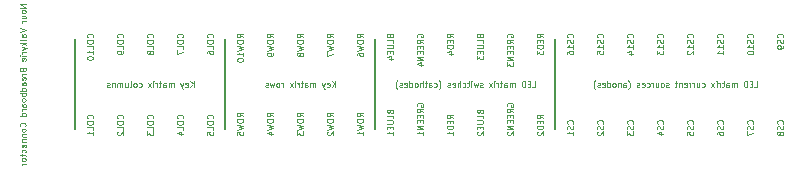
<source format=gbr>
%TF.GenerationSoftware,KiCad,Pcbnew,(6.0.6)*%
%TF.CreationDate,2022-09-05T21:43:04-07:00*%
%TF.ProjectId,core-bb,636f7265-2d62-4622-9e6b-696361645f70,rev?*%
%TF.SameCoordinates,Original*%
%TF.FileFunction,Legend,Bot*%
%TF.FilePolarity,Positive*%
%FSLAX46Y46*%
G04 Gerber Fmt 4.6, Leading zero omitted, Abs format (unit mm)*
G04 Created by KiCad (PCBNEW (6.0.6)) date 2022-09-05 21:43:04*
%MOMM*%
%LPD*%
G01*
G04 APERTURE LIST*
%ADD10C,0.100000*%
%ADD11C,0.150000*%
G04 APERTURE END LIST*
D10*
X178661190Y-94814285D02*
X178161190Y-94814285D01*
X178661190Y-95100000D01*
X178161190Y-95100000D01*
X178661190Y-95409523D02*
X178637380Y-95361904D01*
X178613571Y-95338095D01*
X178565952Y-95314285D01*
X178423095Y-95314285D01*
X178375476Y-95338095D01*
X178351666Y-95361904D01*
X178327857Y-95409523D01*
X178327857Y-95480952D01*
X178351666Y-95528571D01*
X178375476Y-95552380D01*
X178423095Y-95576190D01*
X178565952Y-95576190D01*
X178613571Y-95552380D01*
X178637380Y-95528571D01*
X178661190Y-95480952D01*
X178661190Y-95409523D01*
X178327857Y-96004761D02*
X178661190Y-96004761D01*
X178327857Y-95790476D02*
X178589761Y-95790476D01*
X178637380Y-95814285D01*
X178661190Y-95861904D01*
X178661190Y-95933333D01*
X178637380Y-95980952D01*
X178613571Y-96004761D01*
X178661190Y-96242857D02*
X178327857Y-96242857D01*
X178423095Y-96242857D02*
X178375476Y-96266666D01*
X178351666Y-96290476D01*
X178327857Y-96338095D01*
X178327857Y-96385714D01*
X178161190Y-96861904D02*
X178661190Y-97028571D01*
X178161190Y-97195238D01*
X178661190Y-97576190D02*
X178399285Y-97576190D01*
X178351666Y-97552380D01*
X178327857Y-97504761D01*
X178327857Y-97409523D01*
X178351666Y-97361904D01*
X178637380Y-97576190D02*
X178661190Y-97528571D01*
X178661190Y-97409523D01*
X178637380Y-97361904D01*
X178589761Y-97338095D01*
X178542142Y-97338095D01*
X178494523Y-97361904D01*
X178470714Y-97409523D01*
X178470714Y-97528571D01*
X178446904Y-97576190D01*
X178661190Y-97885714D02*
X178637380Y-97838095D01*
X178589761Y-97814285D01*
X178161190Y-97814285D01*
X178661190Y-98076190D02*
X178161190Y-98076190D01*
X178470714Y-98123809D02*
X178661190Y-98266666D01*
X178327857Y-98266666D02*
X178518333Y-98076190D01*
X178327857Y-98433333D02*
X178661190Y-98552380D01*
X178327857Y-98671428D02*
X178661190Y-98552380D01*
X178780238Y-98504761D01*
X178804047Y-98480952D01*
X178827857Y-98433333D01*
X178661190Y-98861904D02*
X178327857Y-98861904D01*
X178423095Y-98861904D02*
X178375476Y-98885714D01*
X178351666Y-98909523D01*
X178327857Y-98957142D01*
X178327857Y-99004761D01*
X178661190Y-99171428D02*
X178327857Y-99171428D01*
X178161190Y-99171428D02*
X178185000Y-99147619D01*
X178208809Y-99171428D01*
X178185000Y-99195238D01*
X178161190Y-99171428D01*
X178208809Y-99171428D01*
X178637380Y-99600000D02*
X178661190Y-99552380D01*
X178661190Y-99457142D01*
X178637380Y-99409523D01*
X178589761Y-99385714D01*
X178399285Y-99385714D01*
X178351666Y-99409523D01*
X178327857Y-99457142D01*
X178327857Y-99552380D01*
X178351666Y-99600000D01*
X178399285Y-99623809D01*
X178446904Y-99623809D01*
X178494523Y-99385714D01*
X178399285Y-100385714D02*
X178423095Y-100457142D01*
X178446904Y-100480952D01*
X178494523Y-100504761D01*
X178565952Y-100504761D01*
X178613571Y-100480952D01*
X178637380Y-100457142D01*
X178661190Y-100409523D01*
X178661190Y-100219047D01*
X178161190Y-100219047D01*
X178161190Y-100385714D01*
X178185000Y-100433333D01*
X178208809Y-100457142D01*
X178256428Y-100480952D01*
X178304047Y-100480952D01*
X178351666Y-100457142D01*
X178375476Y-100433333D01*
X178399285Y-100385714D01*
X178399285Y-100219047D01*
X178661190Y-100719047D02*
X178327857Y-100719047D01*
X178423095Y-100719047D02*
X178375476Y-100742857D01*
X178351666Y-100766666D01*
X178327857Y-100814285D01*
X178327857Y-100861904D01*
X178637380Y-101219047D02*
X178661190Y-101171428D01*
X178661190Y-101076190D01*
X178637380Y-101028571D01*
X178589761Y-101004761D01*
X178399285Y-101004761D01*
X178351666Y-101028571D01*
X178327857Y-101076190D01*
X178327857Y-101171428D01*
X178351666Y-101219047D01*
X178399285Y-101242857D01*
X178446904Y-101242857D01*
X178494523Y-101004761D01*
X178661190Y-101671428D02*
X178399285Y-101671428D01*
X178351666Y-101647619D01*
X178327857Y-101600000D01*
X178327857Y-101504761D01*
X178351666Y-101457142D01*
X178637380Y-101671428D02*
X178661190Y-101623809D01*
X178661190Y-101504761D01*
X178637380Y-101457142D01*
X178589761Y-101433333D01*
X178542142Y-101433333D01*
X178494523Y-101457142D01*
X178470714Y-101504761D01*
X178470714Y-101623809D01*
X178446904Y-101671428D01*
X178661190Y-102123809D02*
X178161190Y-102123809D01*
X178637380Y-102123809D02*
X178661190Y-102076190D01*
X178661190Y-101980952D01*
X178637380Y-101933333D01*
X178613571Y-101909523D01*
X178565952Y-101885714D01*
X178423095Y-101885714D01*
X178375476Y-101909523D01*
X178351666Y-101933333D01*
X178327857Y-101980952D01*
X178327857Y-102076190D01*
X178351666Y-102123809D01*
X178661190Y-102361904D02*
X178161190Y-102361904D01*
X178351666Y-102361904D02*
X178327857Y-102409523D01*
X178327857Y-102504761D01*
X178351666Y-102552380D01*
X178375476Y-102576190D01*
X178423095Y-102600000D01*
X178565952Y-102600000D01*
X178613571Y-102576190D01*
X178637380Y-102552380D01*
X178661190Y-102504761D01*
X178661190Y-102409523D01*
X178637380Y-102361904D01*
X178661190Y-102885714D02*
X178637380Y-102838095D01*
X178613571Y-102814285D01*
X178565952Y-102790476D01*
X178423095Y-102790476D01*
X178375476Y-102814285D01*
X178351666Y-102838095D01*
X178327857Y-102885714D01*
X178327857Y-102957142D01*
X178351666Y-103004761D01*
X178375476Y-103028571D01*
X178423095Y-103052380D01*
X178565952Y-103052380D01*
X178613571Y-103028571D01*
X178637380Y-103004761D01*
X178661190Y-102957142D01*
X178661190Y-102885714D01*
X178661190Y-103480952D02*
X178399285Y-103480952D01*
X178351666Y-103457142D01*
X178327857Y-103409523D01*
X178327857Y-103314285D01*
X178351666Y-103266666D01*
X178637380Y-103480952D02*
X178661190Y-103433333D01*
X178661190Y-103314285D01*
X178637380Y-103266666D01*
X178589761Y-103242857D01*
X178542142Y-103242857D01*
X178494523Y-103266666D01*
X178470714Y-103314285D01*
X178470714Y-103433333D01*
X178446904Y-103480952D01*
X178661190Y-103719047D02*
X178327857Y-103719047D01*
X178423095Y-103719047D02*
X178375476Y-103742857D01*
X178351666Y-103766666D01*
X178327857Y-103814285D01*
X178327857Y-103861904D01*
X178661190Y-104242857D02*
X178161190Y-104242857D01*
X178637380Y-104242857D02*
X178661190Y-104195238D01*
X178661190Y-104100000D01*
X178637380Y-104052380D01*
X178613571Y-104028571D01*
X178565952Y-104004761D01*
X178423095Y-104004761D01*
X178375476Y-104028571D01*
X178351666Y-104052380D01*
X178327857Y-104100000D01*
X178327857Y-104195238D01*
X178351666Y-104242857D01*
X178613571Y-105147619D02*
X178637380Y-105123809D01*
X178661190Y-105052380D01*
X178661190Y-105004761D01*
X178637380Y-104933333D01*
X178589761Y-104885714D01*
X178542142Y-104861904D01*
X178446904Y-104838095D01*
X178375476Y-104838095D01*
X178280238Y-104861904D01*
X178232619Y-104885714D01*
X178185000Y-104933333D01*
X178161190Y-105004761D01*
X178161190Y-105052380D01*
X178185000Y-105123809D01*
X178208809Y-105147619D01*
X178661190Y-105433333D02*
X178637380Y-105385714D01*
X178613571Y-105361904D01*
X178565952Y-105338095D01*
X178423095Y-105338095D01*
X178375476Y-105361904D01*
X178351666Y-105385714D01*
X178327857Y-105433333D01*
X178327857Y-105504761D01*
X178351666Y-105552380D01*
X178375476Y-105576190D01*
X178423095Y-105600000D01*
X178565952Y-105600000D01*
X178613571Y-105576190D01*
X178637380Y-105552380D01*
X178661190Y-105504761D01*
X178661190Y-105433333D01*
X178327857Y-105814285D02*
X178661190Y-105814285D01*
X178375476Y-105814285D02*
X178351666Y-105838095D01*
X178327857Y-105885714D01*
X178327857Y-105957142D01*
X178351666Y-106004761D01*
X178399285Y-106028571D01*
X178661190Y-106028571D01*
X178327857Y-106266666D02*
X178661190Y-106266666D01*
X178375476Y-106266666D02*
X178351666Y-106290476D01*
X178327857Y-106338095D01*
X178327857Y-106409523D01*
X178351666Y-106457142D01*
X178399285Y-106480952D01*
X178661190Y-106480952D01*
X178637380Y-106909523D02*
X178661190Y-106861904D01*
X178661190Y-106766666D01*
X178637380Y-106719047D01*
X178589761Y-106695238D01*
X178399285Y-106695238D01*
X178351666Y-106719047D01*
X178327857Y-106766666D01*
X178327857Y-106861904D01*
X178351666Y-106909523D01*
X178399285Y-106933333D01*
X178446904Y-106933333D01*
X178494523Y-106695238D01*
X178637380Y-107361904D02*
X178661190Y-107314285D01*
X178661190Y-107219047D01*
X178637380Y-107171428D01*
X178613571Y-107147619D01*
X178565952Y-107123809D01*
X178423095Y-107123809D01*
X178375476Y-107147619D01*
X178351666Y-107171428D01*
X178327857Y-107219047D01*
X178327857Y-107314285D01*
X178351666Y-107361904D01*
X178327857Y-107504761D02*
X178327857Y-107695238D01*
X178161190Y-107576190D02*
X178589761Y-107576190D01*
X178637380Y-107600000D01*
X178661190Y-107647619D01*
X178661190Y-107695238D01*
X178661190Y-107933333D02*
X178637380Y-107885714D01*
X178613571Y-107861904D01*
X178565952Y-107838095D01*
X178423095Y-107838095D01*
X178375476Y-107861904D01*
X178351666Y-107885714D01*
X178327857Y-107933333D01*
X178327857Y-108004761D01*
X178351666Y-108052380D01*
X178375476Y-108076190D01*
X178423095Y-108100000D01*
X178565952Y-108100000D01*
X178613571Y-108076190D01*
X178637380Y-108052380D01*
X178661190Y-108004761D01*
X178661190Y-107933333D01*
X178661190Y-108314285D02*
X178327857Y-108314285D01*
X178423095Y-108314285D02*
X178375476Y-108338095D01*
X178351666Y-108361904D01*
X178327857Y-108409523D01*
X178327857Y-108457142D01*
X240370476Y-101826190D02*
X240608571Y-101826190D01*
X240608571Y-101326190D01*
X240203809Y-101564285D02*
X240037142Y-101564285D01*
X239965714Y-101826190D02*
X240203809Y-101826190D01*
X240203809Y-101326190D01*
X239965714Y-101326190D01*
X239751428Y-101826190D02*
X239751428Y-101326190D01*
X239632380Y-101326190D01*
X239560952Y-101350000D01*
X239513333Y-101397619D01*
X239489523Y-101445238D01*
X239465714Y-101540476D01*
X239465714Y-101611904D01*
X239489523Y-101707142D01*
X239513333Y-101754761D01*
X239560952Y-101802380D01*
X239632380Y-101826190D01*
X239751428Y-101826190D01*
X238870476Y-101826190D02*
X238870476Y-101492857D01*
X238870476Y-101540476D02*
X238846666Y-101516666D01*
X238799047Y-101492857D01*
X238727619Y-101492857D01*
X238680000Y-101516666D01*
X238656190Y-101564285D01*
X238656190Y-101826190D01*
X238656190Y-101564285D02*
X238632380Y-101516666D01*
X238584761Y-101492857D01*
X238513333Y-101492857D01*
X238465714Y-101516666D01*
X238441904Y-101564285D01*
X238441904Y-101826190D01*
X237989523Y-101826190D02*
X237989523Y-101564285D01*
X238013333Y-101516666D01*
X238060952Y-101492857D01*
X238156190Y-101492857D01*
X238203809Y-101516666D01*
X237989523Y-101802380D02*
X238037142Y-101826190D01*
X238156190Y-101826190D01*
X238203809Y-101802380D01*
X238227619Y-101754761D01*
X238227619Y-101707142D01*
X238203809Y-101659523D01*
X238156190Y-101635714D01*
X238037142Y-101635714D01*
X237989523Y-101611904D01*
X237822857Y-101492857D02*
X237632380Y-101492857D01*
X237751428Y-101326190D02*
X237751428Y-101754761D01*
X237727619Y-101802380D01*
X237680000Y-101826190D01*
X237632380Y-101826190D01*
X237465714Y-101826190D02*
X237465714Y-101492857D01*
X237465714Y-101588095D02*
X237441904Y-101540476D01*
X237418095Y-101516666D01*
X237370476Y-101492857D01*
X237322857Y-101492857D01*
X237156190Y-101826190D02*
X237156190Y-101492857D01*
X237156190Y-101326190D02*
X237180000Y-101350000D01*
X237156190Y-101373809D01*
X237132380Y-101350000D01*
X237156190Y-101326190D01*
X237156190Y-101373809D01*
X236965714Y-101826190D02*
X236703809Y-101492857D01*
X236965714Y-101492857D02*
X236703809Y-101826190D01*
X235918095Y-101802380D02*
X235965714Y-101826190D01*
X236060952Y-101826190D01*
X236108571Y-101802380D01*
X236132380Y-101778571D01*
X236156190Y-101730952D01*
X236156190Y-101588095D01*
X236132380Y-101540476D01*
X236108571Y-101516666D01*
X236060952Y-101492857D01*
X235965714Y-101492857D01*
X235918095Y-101516666D01*
X235489523Y-101492857D02*
X235489523Y-101826190D01*
X235703809Y-101492857D02*
X235703809Y-101754761D01*
X235680000Y-101802380D01*
X235632380Y-101826190D01*
X235560952Y-101826190D01*
X235513333Y-101802380D01*
X235489523Y-101778571D01*
X235251428Y-101826190D02*
X235251428Y-101492857D01*
X235251428Y-101588095D02*
X235227619Y-101540476D01*
X235203809Y-101516666D01*
X235156190Y-101492857D01*
X235108571Y-101492857D01*
X234941904Y-101826190D02*
X234941904Y-101492857D01*
X234941904Y-101588095D02*
X234918095Y-101540476D01*
X234894285Y-101516666D01*
X234846666Y-101492857D01*
X234799047Y-101492857D01*
X234441904Y-101802380D02*
X234489523Y-101826190D01*
X234584761Y-101826190D01*
X234632380Y-101802380D01*
X234656190Y-101754761D01*
X234656190Y-101564285D01*
X234632380Y-101516666D01*
X234584761Y-101492857D01*
X234489523Y-101492857D01*
X234441904Y-101516666D01*
X234418095Y-101564285D01*
X234418095Y-101611904D01*
X234656190Y-101659523D01*
X234203809Y-101492857D02*
X234203809Y-101826190D01*
X234203809Y-101540476D02*
X234180000Y-101516666D01*
X234132380Y-101492857D01*
X234060952Y-101492857D01*
X234013333Y-101516666D01*
X233989523Y-101564285D01*
X233989523Y-101826190D01*
X233822857Y-101492857D02*
X233632380Y-101492857D01*
X233751428Y-101326190D02*
X233751428Y-101754761D01*
X233727619Y-101802380D01*
X233680000Y-101826190D01*
X233632380Y-101826190D01*
X233108571Y-101802380D02*
X233060952Y-101826190D01*
X232965714Y-101826190D01*
X232918095Y-101802380D01*
X232894285Y-101754761D01*
X232894285Y-101730952D01*
X232918095Y-101683333D01*
X232965714Y-101659523D01*
X233037142Y-101659523D01*
X233084761Y-101635714D01*
X233108571Y-101588095D01*
X233108571Y-101564285D01*
X233084761Y-101516666D01*
X233037142Y-101492857D01*
X232965714Y-101492857D01*
X232918095Y-101516666D01*
X232608571Y-101826190D02*
X232656190Y-101802380D01*
X232680000Y-101778571D01*
X232703809Y-101730952D01*
X232703809Y-101588095D01*
X232680000Y-101540476D01*
X232656190Y-101516666D01*
X232608571Y-101492857D01*
X232537142Y-101492857D01*
X232489523Y-101516666D01*
X232465714Y-101540476D01*
X232441904Y-101588095D01*
X232441904Y-101730952D01*
X232465714Y-101778571D01*
X232489523Y-101802380D01*
X232537142Y-101826190D01*
X232608571Y-101826190D01*
X232013333Y-101492857D02*
X232013333Y-101826190D01*
X232227619Y-101492857D02*
X232227619Y-101754761D01*
X232203809Y-101802380D01*
X232156190Y-101826190D01*
X232084761Y-101826190D01*
X232037142Y-101802380D01*
X232013333Y-101778571D01*
X231775238Y-101826190D02*
X231775238Y-101492857D01*
X231775238Y-101588095D02*
X231751428Y-101540476D01*
X231727619Y-101516666D01*
X231680000Y-101492857D01*
X231632380Y-101492857D01*
X231251428Y-101802380D02*
X231299047Y-101826190D01*
X231394285Y-101826190D01*
X231441904Y-101802380D01*
X231465714Y-101778571D01*
X231489523Y-101730952D01*
X231489523Y-101588095D01*
X231465714Y-101540476D01*
X231441904Y-101516666D01*
X231394285Y-101492857D01*
X231299047Y-101492857D01*
X231251428Y-101516666D01*
X230846666Y-101802380D02*
X230894285Y-101826190D01*
X230989523Y-101826190D01*
X231037142Y-101802380D01*
X231060952Y-101754761D01*
X231060952Y-101564285D01*
X231037142Y-101516666D01*
X230989523Y-101492857D01*
X230894285Y-101492857D01*
X230846666Y-101516666D01*
X230822857Y-101564285D01*
X230822857Y-101611904D01*
X231060952Y-101659523D01*
X230632380Y-101802380D02*
X230584761Y-101826190D01*
X230489523Y-101826190D01*
X230441904Y-101802380D01*
X230418095Y-101754761D01*
X230418095Y-101730952D01*
X230441904Y-101683333D01*
X230489523Y-101659523D01*
X230560952Y-101659523D01*
X230608571Y-101635714D01*
X230632380Y-101588095D01*
X230632380Y-101564285D01*
X230608571Y-101516666D01*
X230560952Y-101492857D01*
X230489523Y-101492857D01*
X230441904Y-101516666D01*
X229680000Y-102016666D02*
X229703809Y-101992857D01*
X229751428Y-101921428D01*
X229775238Y-101873809D01*
X229799047Y-101802380D01*
X229822857Y-101683333D01*
X229822857Y-101588095D01*
X229799047Y-101469047D01*
X229775238Y-101397619D01*
X229751428Y-101350000D01*
X229703809Y-101278571D01*
X229680000Y-101254761D01*
X229275238Y-101826190D02*
X229275238Y-101564285D01*
X229299047Y-101516666D01*
X229346666Y-101492857D01*
X229441904Y-101492857D01*
X229489523Y-101516666D01*
X229275238Y-101802380D02*
X229322857Y-101826190D01*
X229441904Y-101826190D01*
X229489523Y-101802380D01*
X229513333Y-101754761D01*
X229513333Y-101707142D01*
X229489523Y-101659523D01*
X229441904Y-101635714D01*
X229322857Y-101635714D01*
X229275238Y-101611904D01*
X229037142Y-101492857D02*
X229037142Y-101826190D01*
X229037142Y-101540476D02*
X229013333Y-101516666D01*
X228965714Y-101492857D01*
X228894285Y-101492857D01*
X228846666Y-101516666D01*
X228822857Y-101564285D01*
X228822857Y-101826190D01*
X228513333Y-101826190D02*
X228560952Y-101802380D01*
X228584761Y-101778571D01*
X228608571Y-101730952D01*
X228608571Y-101588095D01*
X228584761Y-101540476D01*
X228560952Y-101516666D01*
X228513333Y-101492857D01*
X228441904Y-101492857D01*
X228394285Y-101516666D01*
X228370476Y-101540476D01*
X228346666Y-101588095D01*
X228346666Y-101730952D01*
X228370476Y-101778571D01*
X228394285Y-101802380D01*
X228441904Y-101826190D01*
X228513333Y-101826190D01*
X227918095Y-101826190D02*
X227918095Y-101326190D01*
X227918095Y-101802380D02*
X227965714Y-101826190D01*
X228060952Y-101826190D01*
X228108571Y-101802380D01*
X228132380Y-101778571D01*
X228156190Y-101730952D01*
X228156190Y-101588095D01*
X228132380Y-101540476D01*
X228108571Y-101516666D01*
X228060952Y-101492857D01*
X227965714Y-101492857D01*
X227918095Y-101516666D01*
X227489523Y-101802380D02*
X227537142Y-101826190D01*
X227632380Y-101826190D01*
X227680000Y-101802380D01*
X227703809Y-101754761D01*
X227703809Y-101564285D01*
X227680000Y-101516666D01*
X227632380Y-101492857D01*
X227537142Y-101492857D01*
X227489523Y-101516666D01*
X227465714Y-101564285D01*
X227465714Y-101611904D01*
X227703809Y-101659523D01*
X227275238Y-101802380D02*
X227227619Y-101826190D01*
X227132380Y-101826190D01*
X227084761Y-101802380D01*
X227060952Y-101754761D01*
X227060952Y-101730952D01*
X227084761Y-101683333D01*
X227132380Y-101659523D01*
X227203809Y-101659523D01*
X227251428Y-101635714D01*
X227275238Y-101588095D01*
X227275238Y-101564285D01*
X227251428Y-101516666D01*
X227203809Y-101492857D01*
X227132380Y-101492857D01*
X227084761Y-101516666D01*
X226894285Y-102016666D02*
X226870476Y-101992857D01*
X226822857Y-101921428D01*
X226799047Y-101873809D01*
X226775238Y-101802380D01*
X226751428Y-101683333D01*
X226751428Y-101588095D01*
X226775238Y-101469047D01*
X226799047Y-101397619D01*
X226822857Y-101350000D01*
X226870476Y-101278571D01*
X226894285Y-101254761D01*
X221566666Y-101826190D02*
X221804761Y-101826190D01*
X221804761Y-101326190D01*
X221400000Y-101564285D02*
X221233333Y-101564285D01*
X221161904Y-101826190D02*
X221400000Y-101826190D01*
X221400000Y-101326190D01*
X221161904Y-101326190D01*
X220947619Y-101826190D02*
X220947619Y-101326190D01*
X220828571Y-101326190D01*
X220757142Y-101350000D01*
X220709523Y-101397619D01*
X220685714Y-101445238D01*
X220661904Y-101540476D01*
X220661904Y-101611904D01*
X220685714Y-101707142D01*
X220709523Y-101754761D01*
X220757142Y-101802380D01*
X220828571Y-101826190D01*
X220947619Y-101826190D01*
X220066666Y-101826190D02*
X220066666Y-101492857D01*
X220066666Y-101540476D02*
X220042857Y-101516666D01*
X219995238Y-101492857D01*
X219923809Y-101492857D01*
X219876190Y-101516666D01*
X219852380Y-101564285D01*
X219852380Y-101826190D01*
X219852380Y-101564285D02*
X219828571Y-101516666D01*
X219780952Y-101492857D01*
X219709523Y-101492857D01*
X219661904Y-101516666D01*
X219638095Y-101564285D01*
X219638095Y-101826190D01*
X219185714Y-101826190D02*
X219185714Y-101564285D01*
X219209523Y-101516666D01*
X219257142Y-101492857D01*
X219352380Y-101492857D01*
X219400000Y-101516666D01*
X219185714Y-101802380D02*
X219233333Y-101826190D01*
X219352380Y-101826190D01*
X219400000Y-101802380D01*
X219423809Y-101754761D01*
X219423809Y-101707142D01*
X219400000Y-101659523D01*
X219352380Y-101635714D01*
X219233333Y-101635714D01*
X219185714Y-101611904D01*
X219019047Y-101492857D02*
X218828571Y-101492857D01*
X218947619Y-101326190D02*
X218947619Y-101754761D01*
X218923809Y-101802380D01*
X218876190Y-101826190D01*
X218828571Y-101826190D01*
X218661904Y-101826190D02*
X218661904Y-101492857D01*
X218661904Y-101588095D02*
X218638095Y-101540476D01*
X218614285Y-101516666D01*
X218566666Y-101492857D01*
X218519047Y-101492857D01*
X218352380Y-101826190D02*
X218352380Y-101492857D01*
X218352380Y-101326190D02*
X218376190Y-101350000D01*
X218352380Y-101373809D01*
X218328571Y-101350000D01*
X218352380Y-101326190D01*
X218352380Y-101373809D01*
X218161904Y-101826190D02*
X217900000Y-101492857D01*
X218161904Y-101492857D02*
X217900000Y-101826190D01*
X217352380Y-101802380D02*
X217304761Y-101826190D01*
X217209523Y-101826190D01*
X217161904Y-101802380D01*
X217138095Y-101754761D01*
X217138095Y-101730952D01*
X217161904Y-101683333D01*
X217209523Y-101659523D01*
X217280952Y-101659523D01*
X217328571Y-101635714D01*
X217352380Y-101588095D01*
X217352380Y-101564285D01*
X217328571Y-101516666D01*
X217280952Y-101492857D01*
X217209523Y-101492857D01*
X217161904Y-101516666D01*
X216971428Y-101492857D02*
X216876190Y-101826190D01*
X216780952Y-101588095D01*
X216685714Y-101826190D01*
X216590476Y-101492857D01*
X216400000Y-101826190D02*
X216400000Y-101492857D01*
X216400000Y-101326190D02*
X216423809Y-101350000D01*
X216400000Y-101373809D01*
X216376190Y-101350000D01*
X216400000Y-101326190D01*
X216400000Y-101373809D01*
X216233333Y-101492857D02*
X216042857Y-101492857D01*
X216161904Y-101326190D02*
X216161904Y-101754761D01*
X216138095Y-101802380D01*
X216090476Y-101826190D01*
X216042857Y-101826190D01*
X215661904Y-101802380D02*
X215709523Y-101826190D01*
X215804761Y-101826190D01*
X215852380Y-101802380D01*
X215876190Y-101778571D01*
X215900000Y-101730952D01*
X215900000Y-101588095D01*
X215876190Y-101540476D01*
X215852380Y-101516666D01*
X215804761Y-101492857D01*
X215709523Y-101492857D01*
X215661904Y-101516666D01*
X215447619Y-101826190D02*
X215447619Y-101326190D01*
X215233333Y-101826190D02*
X215233333Y-101564285D01*
X215257142Y-101516666D01*
X215304761Y-101492857D01*
X215376190Y-101492857D01*
X215423809Y-101516666D01*
X215447619Y-101540476D01*
X214804761Y-101802380D02*
X214852380Y-101826190D01*
X214947619Y-101826190D01*
X214995238Y-101802380D01*
X215019047Y-101754761D01*
X215019047Y-101564285D01*
X214995238Y-101516666D01*
X214947619Y-101492857D01*
X214852380Y-101492857D01*
X214804761Y-101516666D01*
X214780952Y-101564285D01*
X214780952Y-101611904D01*
X215019047Y-101659523D01*
X214590476Y-101802380D02*
X214542857Y-101826190D01*
X214447619Y-101826190D01*
X214400000Y-101802380D01*
X214376190Y-101754761D01*
X214376190Y-101730952D01*
X214400000Y-101683333D01*
X214447619Y-101659523D01*
X214519047Y-101659523D01*
X214566666Y-101635714D01*
X214590476Y-101588095D01*
X214590476Y-101564285D01*
X214566666Y-101516666D01*
X214519047Y-101492857D01*
X214447619Y-101492857D01*
X214400000Y-101516666D01*
X213638095Y-102016666D02*
X213661904Y-101992857D01*
X213709523Y-101921428D01*
X213733333Y-101873809D01*
X213757142Y-101802380D01*
X213780952Y-101683333D01*
X213780952Y-101588095D01*
X213757142Y-101469047D01*
X213733333Y-101397619D01*
X213709523Y-101350000D01*
X213661904Y-101278571D01*
X213638095Y-101254761D01*
X213233333Y-101802380D02*
X213280952Y-101826190D01*
X213376190Y-101826190D01*
X213423809Y-101802380D01*
X213447619Y-101778571D01*
X213471428Y-101730952D01*
X213471428Y-101588095D01*
X213447619Y-101540476D01*
X213423809Y-101516666D01*
X213376190Y-101492857D01*
X213280952Y-101492857D01*
X213233333Y-101516666D01*
X212804761Y-101826190D02*
X212804761Y-101564285D01*
X212828571Y-101516666D01*
X212876190Y-101492857D01*
X212971428Y-101492857D01*
X213019047Y-101516666D01*
X212804761Y-101802380D02*
X212852380Y-101826190D01*
X212971428Y-101826190D01*
X213019047Y-101802380D01*
X213042857Y-101754761D01*
X213042857Y-101707142D01*
X213019047Y-101659523D01*
X212971428Y-101635714D01*
X212852380Y-101635714D01*
X212804761Y-101611904D01*
X212638095Y-101492857D02*
X212447619Y-101492857D01*
X212566666Y-101326190D02*
X212566666Y-101754761D01*
X212542857Y-101802380D01*
X212495238Y-101826190D01*
X212447619Y-101826190D01*
X212280952Y-101826190D02*
X212280952Y-101326190D01*
X212066666Y-101826190D02*
X212066666Y-101564285D01*
X212090476Y-101516666D01*
X212138095Y-101492857D01*
X212209523Y-101492857D01*
X212257142Y-101516666D01*
X212280952Y-101540476D01*
X211757142Y-101826190D02*
X211804761Y-101802380D01*
X211828571Y-101778571D01*
X211852380Y-101730952D01*
X211852380Y-101588095D01*
X211828571Y-101540476D01*
X211804761Y-101516666D01*
X211757142Y-101492857D01*
X211685714Y-101492857D01*
X211638095Y-101516666D01*
X211614285Y-101540476D01*
X211590476Y-101588095D01*
X211590476Y-101730952D01*
X211614285Y-101778571D01*
X211638095Y-101802380D01*
X211685714Y-101826190D01*
X211757142Y-101826190D01*
X211161904Y-101826190D02*
X211161904Y-101326190D01*
X211161904Y-101802380D02*
X211209523Y-101826190D01*
X211304761Y-101826190D01*
X211352380Y-101802380D01*
X211376190Y-101778571D01*
X211400000Y-101730952D01*
X211400000Y-101588095D01*
X211376190Y-101540476D01*
X211352380Y-101516666D01*
X211304761Y-101492857D01*
X211209523Y-101492857D01*
X211161904Y-101516666D01*
X210733333Y-101802380D02*
X210780952Y-101826190D01*
X210876190Y-101826190D01*
X210923809Y-101802380D01*
X210947619Y-101754761D01*
X210947619Y-101564285D01*
X210923809Y-101516666D01*
X210876190Y-101492857D01*
X210780952Y-101492857D01*
X210733333Y-101516666D01*
X210709523Y-101564285D01*
X210709523Y-101611904D01*
X210947619Y-101659523D01*
X210519047Y-101802380D02*
X210471428Y-101826190D01*
X210376190Y-101826190D01*
X210328571Y-101802380D01*
X210304761Y-101754761D01*
X210304761Y-101730952D01*
X210328571Y-101683333D01*
X210376190Y-101659523D01*
X210447619Y-101659523D01*
X210495238Y-101635714D01*
X210519047Y-101588095D01*
X210519047Y-101564285D01*
X210495238Y-101516666D01*
X210447619Y-101492857D01*
X210376190Y-101492857D01*
X210328571Y-101516666D01*
X210138095Y-102016666D02*
X210114285Y-101992857D01*
X210066666Y-101921428D01*
X210042857Y-101873809D01*
X210019047Y-101802380D01*
X209995238Y-101683333D01*
X209995238Y-101588095D01*
X210019047Y-101469047D01*
X210042857Y-101397619D01*
X210066666Y-101350000D01*
X210114285Y-101278571D01*
X210138095Y-101254761D01*
X204870476Y-101826190D02*
X204870476Y-101326190D01*
X204584761Y-101826190D02*
X204799047Y-101540476D01*
X204584761Y-101326190D02*
X204870476Y-101611904D01*
X204180000Y-101802380D02*
X204227619Y-101826190D01*
X204322857Y-101826190D01*
X204370476Y-101802380D01*
X204394285Y-101754761D01*
X204394285Y-101564285D01*
X204370476Y-101516666D01*
X204322857Y-101492857D01*
X204227619Y-101492857D01*
X204180000Y-101516666D01*
X204156190Y-101564285D01*
X204156190Y-101611904D01*
X204394285Y-101659523D01*
X203989523Y-101492857D02*
X203870476Y-101826190D01*
X203751428Y-101492857D02*
X203870476Y-101826190D01*
X203918095Y-101945238D01*
X203941904Y-101969047D01*
X203989523Y-101992857D01*
X203180000Y-101826190D02*
X203180000Y-101492857D01*
X203180000Y-101540476D02*
X203156190Y-101516666D01*
X203108571Y-101492857D01*
X203037142Y-101492857D01*
X202989523Y-101516666D01*
X202965714Y-101564285D01*
X202965714Y-101826190D01*
X202965714Y-101564285D02*
X202941904Y-101516666D01*
X202894285Y-101492857D01*
X202822857Y-101492857D01*
X202775238Y-101516666D01*
X202751428Y-101564285D01*
X202751428Y-101826190D01*
X202299047Y-101826190D02*
X202299047Y-101564285D01*
X202322857Y-101516666D01*
X202370476Y-101492857D01*
X202465714Y-101492857D01*
X202513333Y-101516666D01*
X202299047Y-101802380D02*
X202346666Y-101826190D01*
X202465714Y-101826190D01*
X202513333Y-101802380D01*
X202537142Y-101754761D01*
X202537142Y-101707142D01*
X202513333Y-101659523D01*
X202465714Y-101635714D01*
X202346666Y-101635714D01*
X202299047Y-101611904D01*
X202132380Y-101492857D02*
X201941904Y-101492857D01*
X202060952Y-101326190D02*
X202060952Y-101754761D01*
X202037142Y-101802380D01*
X201989523Y-101826190D01*
X201941904Y-101826190D01*
X201775238Y-101826190D02*
X201775238Y-101492857D01*
X201775238Y-101588095D02*
X201751428Y-101540476D01*
X201727619Y-101516666D01*
X201680000Y-101492857D01*
X201632380Y-101492857D01*
X201465714Y-101826190D02*
X201465714Y-101492857D01*
X201465714Y-101326190D02*
X201489523Y-101350000D01*
X201465714Y-101373809D01*
X201441904Y-101350000D01*
X201465714Y-101326190D01*
X201465714Y-101373809D01*
X201275238Y-101826190D02*
X201013333Y-101492857D01*
X201275238Y-101492857D02*
X201013333Y-101826190D01*
X200441904Y-101826190D02*
X200441904Y-101492857D01*
X200441904Y-101588095D02*
X200418095Y-101540476D01*
X200394285Y-101516666D01*
X200346666Y-101492857D01*
X200299047Y-101492857D01*
X200060952Y-101826190D02*
X200108571Y-101802380D01*
X200132380Y-101778571D01*
X200156190Y-101730952D01*
X200156190Y-101588095D01*
X200132380Y-101540476D01*
X200108571Y-101516666D01*
X200060952Y-101492857D01*
X199989523Y-101492857D01*
X199941904Y-101516666D01*
X199918095Y-101540476D01*
X199894285Y-101588095D01*
X199894285Y-101730952D01*
X199918095Y-101778571D01*
X199941904Y-101802380D01*
X199989523Y-101826190D01*
X200060952Y-101826190D01*
X199727619Y-101492857D02*
X199632380Y-101826190D01*
X199537142Y-101588095D01*
X199441904Y-101826190D01*
X199346666Y-101492857D01*
X199180000Y-101802380D02*
X199132380Y-101826190D01*
X199037142Y-101826190D01*
X198989523Y-101802380D01*
X198965714Y-101754761D01*
X198965714Y-101730952D01*
X198989523Y-101683333D01*
X199037142Y-101659523D01*
X199108571Y-101659523D01*
X199156190Y-101635714D01*
X199180000Y-101588095D01*
X199180000Y-101564285D01*
X199156190Y-101516666D01*
X199108571Y-101492857D01*
X199037142Y-101492857D01*
X198989523Y-101516666D01*
X192884761Y-101826190D02*
X192884761Y-101326190D01*
X192599047Y-101826190D02*
X192813333Y-101540476D01*
X192599047Y-101326190D02*
X192884761Y-101611904D01*
X192194285Y-101802380D02*
X192241904Y-101826190D01*
X192337142Y-101826190D01*
X192384761Y-101802380D01*
X192408571Y-101754761D01*
X192408571Y-101564285D01*
X192384761Y-101516666D01*
X192337142Y-101492857D01*
X192241904Y-101492857D01*
X192194285Y-101516666D01*
X192170476Y-101564285D01*
X192170476Y-101611904D01*
X192408571Y-101659523D01*
X192003809Y-101492857D02*
X191884761Y-101826190D01*
X191765714Y-101492857D02*
X191884761Y-101826190D01*
X191932380Y-101945238D01*
X191956190Y-101969047D01*
X192003809Y-101992857D01*
X191194285Y-101826190D02*
X191194285Y-101492857D01*
X191194285Y-101540476D02*
X191170476Y-101516666D01*
X191122857Y-101492857D01*
X191051428Y-101492857D01*
X191003809Y-101516666D01*
X190980000Y-101564285D01*
X190980000Y-101826190D01*
X190980000Y-101564285D02*
X190956190Y-101516666D01*
X190908571Y-101492857D01*
X190837142Y-101492857D01*
X190789523Y-101516666D01*
X190765714Y-101564285D01*
X190765714Y-101826190D01*
X190313333Y-101826190D02*
X190313333Y-101564285D01*
X190337142Y-101516666D01*
X190384761Y-101492857D01*
X190480000Y-101492857D01*
X190527619Y-101516666D01*
X190313333Y-101802380D02*
X190360952Y-101826190D01*
X190480000Y-101826190D01*
X190527619Y-101802380D01*
X190551428Y-101754761D01*
X190551428Y-101707142D01*
X190527619Y-101659523D01*
X190480000Y-101635714D01*
X190360952Y-101635714D01*
X190313333Y-101611904D01*
X190146666Y-101492857D02*
X189956190Y-101492857D01*
X190075238Y-101326190D02*
X190075238Y-101754761D01*
X190051428Y-101802380D01*
X190003809Y-101826190D01*
X189956190Y-101826190D01*
X189789523Y-101826190D02*
X189789523Y-101492857D01*
X189789523Y-101588095D02*
X189765714Y-101540476D01*
X189741904Y-101516666D01*
X189694285Y-101492857D01*
X189646666Y-101492857D01*
X189480000Y-101826190D02*
X189480000Y-101492857D01*
X189480000Y-101326190D02*
X189503809Y-101350000D01*
X189480000Y-101373809D01*
X189456190Y-101350000D01*
X189480000Y-101326190D01*
X189480000Y-101373809D01*
X189289523Y-101826190D02*
X189027619Y-101492857D01*
X189289523Y-101492857D02*
X189027619Y-101826190D01*
X188241904Y-101802380D02*
X188289523Y-101826190D01*
X188384761Y-101826190D01*
X188432380Y-101802380D01*
X188456190Y-101778571D01*
X188480000Y-101730952D01*
X188480000Y-101588095D01*
X188456190Y-101540476D01*
X188432380Y-101516666D01*
X188384761Y-101492857D01*
X188289523Y-101492857D01*
X188241904Y-101516666D01*
X187956190Y-101826190D02*
X188003809Y-101802380D01*
X188027619Y-101778571D01*
X188051428Y-101730952D01*
X188051428Y-101588095D01*
X188027619Y-101540476D01*
X188003809Y-101516666D01*
X187956190Y-101492857D01*
X187884761Y-101492857D01*
X187837142Y-101516666D01*
X187813333Y-101540476D01*
X187789523Y-101588095D01*
X187789523Y-101730952D01*
X187813333Y-101778571D01*
X187837142Y-101802380D01*
X187884761Y-101826190D01*
X187956190Y-101826190D01*
X187503809Y-101826190D02*
X187551428Y-101802380D01*
X187575238Y-101754761D01*
X187575238Y-101326190D01*
X187099047Y-101492857D02*
X187099047Y-101826190D01*
X187313333Y-101492857D02*
X187313333Y-101754761D01*
X187289523Y-101802380D01*
X187241904Y-101826190D01*
X187170476Y-101826190D01*
X187122857Y-101802380D01*
X187099047Y-101778571D01*
X186860952Y-101826190D02*
X186860952Y-101492857D01*
X186860952Y-101540476D02*
X186837142Y-101516666D01*
X186789523Y-101492857D01*
X186718095Y-101492857D01*
X186670476Y-101516666D01*
X186646666Y-101564285D01*
X186646666Y-101826190D01*
X186646666Y-101564285D02*
X186622857Y-101516666D01*
X186575238Y-101492857D01*
X186503809Y-101492857D01*
X186456190Y-101516666D01*
X186432380Y-101564285D01*
X186432380Y-101826190D01*
X186194285Y-101492857D02*
X186194285Y-101826190D01*
X186194285Y-101540476D02*
X186170476Y-101516666D01*
X186122857Y-101492857D01*
X186051428Y-101492857D01*
X186003809Y-101516666D01*
X185980000Y-101564285D01*
X185980000Y-101826190D01*
X185765714Y-101802380D02*
X185718095Y-101826190D01*
X185622857Y-101826190D01*
X185575238Y-101802380D01*
X185551428Y-101754761D01*
X185551428Y-101730952D01*
X185575238Y-101683333D01*
X185622857Y-101659523D01*
X185694285Y-101659523D01*
X185741904Y-101635714D01*
X185765714Y-101588095D01*
X185765714Y-101564285D01*
X185741904Y-101516666D01*
X185694285Y-101492857D01*
X185622857Y-101492857D01*
X185575238Y-101516666D01*
D11*
X223520000Y-97790000D02*
X223520000Y-105410000D01*
X208280000Y-97790000D02*
X208280000Y-105410000D01*
X195580000Y-97790000D02*
X195580000Y-105410000D01*
X182880000Y-97790000D02*
X182880000Y-105410000D01*
D10*
X184328571Y-104480000D02*
X184352380Y-104456190D01*
X184376190Y-104384761D01*
X184376190Y-104337142D01*
X184352380Y-104265714D01*
X184304761Y-104218095D01*
X184257142Y-104194285D01*
X184161904Y-104170476D01*
X184090476Y-104170476D01*
X183995238Y-104194285D01*
X183947619Y-104218095D01*
X183900000Y-104265714D01*
X183876190Y-104337142D01*
X183876190Y-104384761D01*
X183900000Y-104456190D01*
X183923809Y-104480000D01*
X183876190Y-104789523D02*
X183876190Y-104884761D01*
X183900000Y-104932380D01*
X183947619Y-104980000D01*
X184042857Y-105003809D01*
X184209523Y-105003809D01*
X184304761Y-104980000D01*
X184352380Y-104932380D01*
X184376190Y-104884761D01*
X184376190Y-104789523D01*
X184352380Y-104741904D01*
X184304761Y-104694285D01*
X184209523Y-104670476D01*
X184042857Y-104670476D01*
X183947619Y-104694285D01*
X183900000Y-104741904D01*
X183876190Y-104789523D01*
X184376190Y-105456190D02*
X184376190Y-105218095D01*
X183876190Y-105218095D01*
X184376190Y-105884761D02*
X184376190Y-105599047D01*
X184376190Y-105741904D02*
X183876190Y-105741904D01*
X183947619Y-105694285D01*
X183995238Y-105646666D01*
X184019047Y-105599047D01*
X186868571Y-104480000D02*
X186892380Y-104456190D01*
X186916190Y-104384761D01*
X186916190Y-104337142D01*
X186892380Y-104265714D01*
X186844761Y-104218095D01*
X186797142Y-104194285D01*
X186701904Y-104170476D01*
X186630476Y-104170476D01*
X186535238Y-104194285D01*
X186487619Y-104218095D01*
X186440000Y-104265714D01*
X186416190Y-104337142D01*
X186416190Y-104384761D01*
X186440000Y-104456190D01*
X186463809Y-104480000D01*
X186416190Y-104789523D02*
X186416190Y-104884761D01*
X186440000Y-104932380D01*
X186487619Y-104980000D01*
X186582857Y-105003809D01*
X186749523Y-105003809D01*
X186844761Y-104980000D01*
X186892380Y-104932380D01*
X186916190Y-104884761D01*
X186916190Y-104789523D01*
X186892380Y-104741904D01*
X186844761Y-104694285D01*
X186749523Y-104670476D01*
X186582857Y-104670476D01*
X186487619Y-104694285D01*
X186440000Y-104741904D01*
X186416190Y-104789523D01*
X186916190Y-105456190D02*
X186916190Y-105218095D01*
X186416190Y-105218095D01*
X186463809Y-105599047D02*
X186440000Y-105622857D01*
X186416190Y-105670476D01*
X186416190Y-105789523D01*
X186440000Y-105837142D01*
X186463809Y-105860952D01*
X186511428Y-105884761D01*
X186559047Y-105884761D01*
X186630476Y-105860952D01*
X186916190Y-105575238D01*
X186916190Y-105884761D01*
X189408571Y-104480000D02*
X189432380Y-104456190D01*
X189456190Y-104384761D01*
X189456190Y-104337142D01*
X189432380Y-104265714D01*
X189384761Y-104218095D01*
X189337142Y-104194285D01*
X189241904Y-104170476D01*
X189170476Y-104170476D01*
X189075238Y-104194285D01*
X189027619Y-104218095D01*
X188980000Y-104265714D01*
X188956190Y-104337142D01*
X188956190Y-104384761D01*
X188980000Y-104456190D01*
X189003809Y-104480000D01*
X188956190Y-104789523D02*
X188956190Y-104884761D01*
X188980000Y-104932380D01*
X189027619Y-104980000D01*
X189122857Y-105003809D01*
X189289523Y-105003809D01*
X189384761Y-104980000D01*
X189432380Y-104932380D01*
X189456190Y-104884761D01*
X189456190Y-104789523D01*
X189432380Y-104741904D01*
X189384761Y-104694285D01*
X189289523Y-104670476D01*
X189122857Y-104670476D01*
X189027619Y-104694285D01*
X188980000Y-104741904D01*
X188956190Y-104789523D01*
X189456190Y-105456190D02*
X189456190Y-105218095D01*
X188956190Y-105218095D01*
X188956190Y-105575238D02*
X188956190Y-105884761D01*
X189146666Y-105718095D01*
X189146666Y-105789523D01*
X189170476Y-105837142D01*
X189194285Y-105860952D01*
X189241904Y-105884761D01*
X189360952Y-105884761D01*
X189408571Y-105860952D01*
X189432380Y-105837142D01*
X189456190Y-105789523D01*
X189456190Y-105646666D01*
X189432380Y-105599047D01*
X189408571Y-105575238D01*
X191948571Y-104480000D02*
X191972380Y-104456190D01*
X191996190Y-104384761D01*
X191996190Y-104337142D01*
X191972380Y-104265714D01*
X191924761Y-104218095D01*
X191877142Y-104194285D01*
X191781904Y-104170476D01*
X191710476Y-104170476D01*
X191615238Y-104194285D01*
X191567619Y-104218095D01*
X191520000Y-104265714D01*
X191496190Y-104337142D01*
X191496190Y-104384761D01*
X191520000Y-104456190D01*
X191543809Y-104480000D01*
X191496190Y-104789523D02*
X191496190Y-104884761D01*
X191520000Y-104932380D01*
X191567619Y-104980000D01*
X191662857Y-105003809D01*
X191829523Y-105003809D01*
X191924761Y-104980000D01*
X191972380Y-104932380D01*
X191996190Y-104884761D01*
X191996190Y-104789523D01*
X191972380Y-104741904D01*
X191924761Y-104694285D01*
X191829523Y-104670476D01*
X191662857Y-104670476D01*
X191567619Y-104694285D01*
X191520000Y-104741904D01*
X191496190Y-104789523D01*
X191996190Y-105456190D02*
X191996190Y-105218095D01*
X191496190Y-105218095D01*
X191662857Y-105837142D02*
X191996190Y-105837142D01*
X191472380Y-105718095D02*
X191829523Y-105599047D01*
X191829523Y-105908571D01*
X194488571Y-104480000D02*
X194512380Y-104456190D01*
X194536190Y-104384761D01*
X194536190Y-104337142D01*
X194512380Y-104265714D01*
X194464761Y-104218095D01*
X194417142Y-104194285D01*
X194321904Y-104170476D01*
X194250476Y-104170476D01*
X194155238Y-104194285D01*
X194107619Y-104218095D01*
X194060000Y-104265714D01*
X194036190Y-104337142D01*
X194036190Y-104384761D01*
X194060000Y-104456190D01*
X194083809Y-104480000D01*
X194036190Y-104789523D02*
X194036190Y-104884761D01*
X194060000Y-104932380D01*
X194107619Y-104980000D01*
X194202857Y-105003809D01*
X194369523Y-105003809D01*
X194464761Y-104980000D01*
X194512380Y-104932380D01*
X194536190Y-104884761D01*
X194536190Y-104789523D01*
X194512380Y-104741904D01*
X194464761Y-104694285D01*
X194369523Y-104670476D01*
X194202857Y-104670476D01*
X194107619Y-104694285D01*
X194060000Y-104741904D01*
X194036190Y-104789523D01*
X194536190Y-105456190D02*
X194536190Y-105218095D01*
X194036190Y-105218095D01*
X194036190Y-105860952D02*
X194036190Y-105622857D01*
X194274285Y-105599047D01*
X194250476Y-105622857D01*
X194226666Y-105670476D01*
X194226666Y-105789523D01*
X194250476Y-105837142D01*
X194274285Y-105860952D01*
X194321904Y-105884761D01*
X194440952Y-105884761D01*
X194488571Y-105860952D01*
X194512380Y-105837142D01*
X194536190Y-105789523D01*
X194536190Y-105670476D01*
X194512380Y-105622857D01*
X194488571Y-105599047D01*
X197076190Y-104313333D02*
X196838095Y-104146666D01*
X197076190Y-104027619D02*
X196576190Y-104027619D01*
X196576190Y-104218095D01*
X196600000Y-104265714D01*
X196623809Y-104289523D01*
X196671428Y-104313333D01*
X196742857Y-104313333D01*
X196790476Y-104289523D01*
X196814285Y-104265714D01*
X196838095Y-104218095D01*
X196838095Y-104027619D01*
X196576190Y-104622857D02*
X196576190Y-104718095D01*
X196600000Y-104765714D01*
X196647619Y-104813333D01*
X196742857Y-104837142D01*
X196909523Y-104837142D01*
X197004761Y-104813333D01*
X197052380Y-104765714D01*
X197076190Y-104718095D01*
X197076190Y-104622857D01*
X197052380Y-104575238D01*
X197004761Y-104527619D01*
X196909523Y-104503809D01*
X196742857Y-104503809D01*
X196647619Y-104527619D01*
X196600000Y-104575238D01*
X196576190Y-104622857D01*
X196576190Y-105003809D02*
X197076190Y-105122857D01*
X196719047Y-105218095D01*
X197076190Y-105313333D01*
X196576190Y-105432380D01*
X196576190Y-105860952D02*
X196576190Y-105622857D01*
X196814285Y-105599047D01*
X196790476Y-105622857D01*
X196766666Y-105670476D01*
X196766666Y-105789523D01*
X196790476Y-105837142D01*
X196814285Y-105860952D01*
X196861904Y-105884761D01*
X196980952Y-105884761D01*
X197028571Y-105860952D01*
X197052380Y-105837142D01*
X197076190Y-105789523D01*
X197076190Y-105670476D01*
X197052380Y-105622857D01*
X197028571Y-105599047D01*
X199616190Y-104313333D02*
X199378095Y-104146666D01*
X199616190Y-104027619D02*
X199116190Y-104027619D01*
X199116190Y-104218095D01*
X199140000Y-104265714D01*
X199163809Y-104289523D01*
X199211428Y-104313333D01*
X199282857Y-104313333D01*
X199330476Y-104289523D01*
X199354285Y-104265714D01*
X199378095Y-104218095D01*
X199378095Y-104027619D01*
X199116190Y-104622857D02*
X199116190Y-104718095D01*
X199140000Y-104765714D01*
X199187619Y-104813333D01*
X199282857Y-104837142D01*
X199449523Y-104837142D01*
X199544761Y-104813333D01*
X199592380Y-104765714D01*
X199616190Y-104718095D01*
X199616190Y-104622857D01*
X199592380Y-104575238D01*
X199544761Y-104527619D01*
X199449523Y-104503809D01*
X199282857Y-104503809D01*
X199187619Y-104527619D01*
X199140000Y-104575238D01*
X199116190Y-104622857D01*
X199116190Y-105003809D02*
X199616190Y-105122857D01*
X199259047Y-105218095D01*
X199616190Y-105313333D01*
X199116190Y-105432380D01*
X199282857Y-105837142D02*
X199616190Y-105837142D01*
X199092380Y-105718095D02*
X199449523Y-105599047D01*
X199449523Y-105908571D01*
X202156190Y-104313333D02*
X201918095Y-104146666D01*
X202156190Y-104027619D02*
X201656190Y-104027619D01*
X201656190Y-104218095D01*
X201680000Y-104265714D01*
X201703809Y-104289523D01*
X201751428Y-104313333D01*
X201822857Y-104313333D01*
X201870476Y-104289523D01*
X201894285Y-104265714D01*
X201918095Y-104218095D01*
X201918095Y-104027619D01*
X201656190Y-104622857D02*
X201656190Y-104718095D01*
X201680000Y-104765714D01*
X201727619Y-104813333D01*
X201822857Y-104837142D01*
X201989523Y-104837142D01*
X202084761Y-104813333D01*
X202132380Y-104765714D01*
X202156190Y-104718095D01*
X202156190Y-104622857D01*
X202132380Y-104575238D01*
X202084761Y-104527619D01*
X201989523Y-104503809D01*
X201822857Y-104503809D01*
X201727619Y-104527619D01*
X201680000Y-104575238D01*
X201656190Y-104622857D01*
X201656190Y-105003809D02*
X202156190Y-105122857D01*
X201799047Y-105218095D01*
X202156190Y-105313333D01*
X201656190Y-105432380D01*
X201656190Y-105575238D02*
X201656190Y-105884761D01*
X201846666Y-105718095D01*
X201846666Y-105789523D01*
X201870476Y-105837142D01*
X201894285Y-105860952D01*
X201941904Y-105884761D01*
X202060952Y-105884761D01*
X202108571Y-105860952D01*
X202132380Y-105837142D01*
X202156190Y-105789523D01*
X202156190Y-105646666D01*
X202132380Y-105599047D01*
X202108571Y-105575238D01*
X204696190Y-104313333D02*
X204458095Y-104146666D01*
X204696190Y-104027619D02*
X204196190Y-104027619D01*
X204196190Y-104218095D01*
X204220000Y-104265714D01*
X204243809Y-104289523D01*
X204291428Y-104313333D01*
X204362857Y-104313333D01*
X204410476Y-104289523D01*
X204434285Y-104265714D01*
X204458095Y-104218095D01*
X204458095Y-104027619D01*
X204196190Y-104622857D02*
X204196190Y-104718095D01*
X204220000Y-104765714D01*
X204267619Y-104813333D01*
X204362857Y-104837142D01*
X204529523Y-104837142D01*
X204624761Y-104813333D01*
X204672380Y-104765714D01*
X204696190Y-104718095D01*
X204696190Y-104622857D01*
X204672380Y-104575238D01*
X204624761Y-104527619D01*
X204529523Y-104503809D01*
X204362857Y-104503809D01*
X204267619Y-104527619D01*
X204220000Y-104575238D01*
X204196190Y-104622857D01*
X204196190Y-105003809D02*
X204696190Y-105122857D01*
X204339047Y-105218095D01*
X204696190Y-105313333D01*
X204196190Y-105432380D01*
X204243809Y-105599047D02*
X204220000Y-105622857D01*
X204196190Y-105670476D01*
X204196190Y-105789523D01*
X204220000Y-105837142D01*
X204243809Y-105860952D01*
X204291428Y-105884761D01*
X204339047Y-105884761D01*
X204410476Y-105860952D01*
X204696190Y-105575238D01*
X204696190Y-105884761D01*
X207236190Y-104313333D02*
X206998095Y-104146666D01*
X207236190Y-104027619D02*
X206736190Y-104027619D01*
X206736190Y-104218095D01*
X206760000Y-104265714D01*
X206783809Y-104289523D01*
X206831428Y-104313333D01*
X206902857Y-104313333D01*
X206950476Y-104289523D01*
X206974285Y-104265714D01*
X206998095Y-104218095D01*
X206998095Y-104027619D01*
X206736190Y-104622857D02*
X206736190Y-104718095D01*
X206760000Y-104765714D01*
X206807619Y-104813333D01*
X206902857Y-104837142D01*
X207069523Y-104837142D01*
X207164761Y-104813333D01*
X207212380Y-104765714D01*
X207236190Y-104718095D01*
X207236190Y-104622857D01*
X207212380Y-104575238D01*
X207164761Y-104527619D01*
X207069523Y-104503809D01*
X206902857Y-104503809D01*
X206807619Y-104527619D01*
X206760000Y-104575238D01*
X206736190Y-104622857D01*
X206736190Y-105003809D02*
X207236190Y-105122857D01*
X206879047Y-105218095D01*
X207236190Y-105313333D01*
X206736190Y-105432380D01*
X207236190Y-105884761D02*
X207236190Y-105599047D01*
X207236190Y-105741904D02*
X206736190Y-105741904D01*
X206807619Y-105694285D01*
X206855238Y-105646666D01*
X206879047Y-105599047D01*
X214856190Y-104456190D02*
X214618095Y-104289523D01*
X214856190Y-104170476D02*
X214356190Y-104170476D01*
X214356190Y-104360952D01*
X214380000Y-104408571D01*
X214403809Y-104432380D01*
X214451428Y-104456190D01*
X214522857Y-104456190D01*
X214570476Y-104432380D01*
X214594285Y-104408571D01*
X214618095Y-104360952D01*
X214618095Y-104170476D01*
X214594285Y-104670476D02*
X214594285Y-104837142D01*
X214856190Y-104908571D02*
X214856190Y-104670476D01*
X214356190Y-104670476D01*
X214356190Y-104908571D01*
X214856190Y-105122857D02*
X214356190Y-105122857D01*
X214356190Y-105241904D01*
X214380000Y-105313333D01*
X214427619Y-105360952D01*
X214475238Y-105384761D01*
X214570476Y-105408571D01*
X214641904Y-105408571D01*
X214737142Y-105384761D01*
X214784761Y-105360952D01*
X214832380Y-105313333D01*
X214856190Y-105241904D01*
X214856190Y-105122857D01*
X214856190Y-105884761D02*
X214856190Y-105599047D01*
X214856190Y-105741904D02*
X214356190Y-105741904D01*
X214427619Y-105694285D01*
X214475238Y-105646666D01*
X214499047Y-105599047D01*
X211840000Y-103456190D02*
X211816190Y-103408571D01*
X211816190Y-103337142D01*
X211840000Y-103265714D01*
X211887619Y-103218095D01*
X211935238Y-103194285D01*
X212030476Y-103170476D01*
X212101904Y-103170476D01*
X212197142Y-103194285D01*
X212244761Y-103218095D01*
X212292380Y-103265714D01*
X212316190Y-103337142D01*
X212316190Y-103384761D01*
X212292380Y-103456190D01*
X212268571Y-103480000D01*
X212101904Y-103480000D01*
X212101904Y-103384761D01*
X212316190Y-103980000D02*
X212078095Y-103813333D01*
X212316190Y-103694285D02*
X211816190Y-103694285D01*
X211816190Y-103884761D01*
X211840000Y-103932380D01*
X211863809Y-103956190D01*
X211911428Y-103980000D01*
X211982857Y-103980000D01*
X212030476Y-103956190D01*
X212054285Y-103932380D01*
X212078095Y-103884761D01*
X212078095Y-103694285D01*
X212054285Y-104194285D02*
X212054285Y-104360952D01*
X212316190Y-104432380D02*
X212316190Y-104194285D01*
X211816190Y-104194285D01*
X211816190Y-104432380D01*
X212054285Y-104646666D02*
X212054285Y-104813333D01*
X212316190Y-104884761D02*
X212316190Y-104646666D01*
X211816190Y-104646666D01*
X211816190Y-104884761D01*
X212316190Y-105099047D02*
X211816190Y-105099047D01*
X212316190Y-105384761D01*
X211816190Y-105384761D01*
X212316190Y-105884761D02*
X212316190Y-105599047D01*
X212316190Y-105741904D02*
X211816190Y-105741904D01*
X211887619Y-105694285D01*
X211935238Y-105646666D01*
X211959047Y-105599047D01*
X209514285Y-103908571D02*
X209538095Y-103980000D01*
X209561904Y-104003809D01*
X209609523Y-104027619D01*
X209680952Y-104027619D01*
X209728571Y-104003809D01*
X209752380Y-103980000D01*
X209776190Y-103932380D01*
X209776190Y-103741904D01*
X209276190Y-103741904D01*
X209276190Y-103908571D01*
X209300000Y-103956190D01*
X209323809Y-103980000D01*
X209371428Y-104003809D01*
X209419047Y-104003809D01*
X209466666Y-103980000D01*
X209490476Y-103956190D01*
X209514285Y-103908571D01*
X209514285Y-103741904D01*
X209776190Y-104480000D02*
X209776190Y-104241904D01*
X209276190Y-104241904D01*
X209276190Y-104646666D02*
X209680952Y-104646666D01*
X209728571Y-104670476D01*
X209752380Y-104694285D01*
X209776190Y-104741904D01*
X209776190Y-104837142D01*
X209752380Y-104884761D01*
X209728571Y-104908571D01*
X209680952Y-104932380D01*
X209276190Y-104932380D01*
X209514285Y-105170476D02*
X209514285Y-105337142D01*
X209776190Y-105408571D02*
X209776190Y-105170476D01*
X209276190Y-105170476D01*
X209276190Y-105408571D01*
X209776190Y-105884761D02*
X209776190Y-105599047D01*
X209776190Y-105741904D02*
X209276190Y-105741904D01*
X209347619Y-105694285D01*
X209395238Y-105646666D01*
X209419047Y-105599047D01*
X217134285Y-103908571D02*
X217158095Y-103980000D01*
X217181904Y-104003809D01*
X217229523Y-104027619D01*
X217300952Y-104027619D01*
X217348571Y-104003809D01*
X217372380Y-103980000D01*
X217396190Y-103932380D01*
X217396190Y-103741904D01*
X216896190Y-103741904D01*
X216896190Y-103908571D01*
X216920000Y-103956190D01*
X216943809Y-103980000D01*
X216991428Y-104003809D01*
X217039047Y-104003809D01*
X217086666Y-103980000D01*
X217110476Y-103956190D01*
X217134285Y-103908571D01*
X217134285Y-103741904D01*
X217396190Y-104480000D02*
X217396190Y-104241904D01*
X216896190Y-104241904D01*
X216896190Y-104646666D02*
X217300952Y-104646666D01*
X217348571Y-104670476D01*
X217372380Y-104694285D01*
X217396190Y-104741904D01*
X217396190Y-104837142D01*
X217372380Y-104884761D01*
X217348571Y-104908571D01*
X217300952Y-104932380D01*
X216896190Y-104932380D01*
X217134285Y-105170476D02*
X217134285Y-105337142D01*
X217396190Y-105408571D02*
X217396190Y-105170476D01*
X216896190Y-105170476D01*
X216896190Y-105408571D01*
X216943809Y-105599047D02*
X216920000Y-105622857D01*
X216896190Y-105670476D01*
X216896190Y-105789523D01*
X216920000Y-105837142D01*
X216943809Y-105860952D01*
X216991428Y-105884761D01*
X217039047Y-105884761D01*
X217110476Y-105860952D01*
X217396190Y-105575238D01*
X217396190Y-105884761D01*
X219460000Y-103456190D02*
X219436190Y-103408571D01*
X219436190Y-103337142D01*
X219460000Y-103265714D01*
X219507619Y-103218095D01*
X219555238Y-103194285D01*
X219650476Y-103170476D01*
X219721904Y-103170476D01*
X219817142Y-103194285D01*
X219864761Y-103218095D01*
X219912380Y-103265714D01*
X219936190Y-103337142D01*
X219936190Y-103384761D01*
X219912380Y-103456190D01*
X219888571Y-103480000D01*
X219721904Y-103480000D01*
X219721904Y-103384761D01*
X219936190Y-103980000D02*
X219698095Y-103813333D01*
X219936190Y-103694285D02*
X219436190Y-103694285D01*
X219436190Y-103884761D01*
X219460000Y-103932380D01*
X219483809Y-103956190D01*
X219531428Y-103980000D01*
X219602857Y-103980000D01*
X219650476Y-103956190D01*
X219674285Y-103932380D01*
X219698095Y-103884761D01*
X219698095Y-103694285D01*
X219674285Y-104194285D02*
X219674285Y-104360952D01*
X219936190Y-104432380D02*
X219936190Y-104194285D01*
X219436190Y-104194285D01*
X219436190Y-104432380D01*
X219674285Y-104646666D02*
X219674285Y-104813333D01*
X219936190Y-104884761D02*
X219936190Y-104646666D01*
X219436190Y-104646666D01*
X219436190Y-104884761D01*
X219936190Y-105099047D02*
X219436190Y-105099047D01*
X219936190Y-105384761D01*
X219436190Y-105384761D01*
X219483809Y-105599047D02*
X219460000Y-105622857D01*
X219436190Y-105670476D01*
X219436190Y-105789523D01*
X219460000Y-105837142D01*
X219483809Y-105860952D01*
X219531428Y-105884761D01*
X219579047Y-105884761D01*
X219650476Y-105860952D01*
X219936190Y-105575238D01*
X219936190Y-105884761D01*
X222476190Y-104456190D02*
X222238095Y-104289523D01*
X222476190Y-104170476D02*
X221976190Y-104170476D01*
X221976190Y-104360952D01*
X222000000Y-104408571D01*
X222023809Y-104432380D01*
X222071428Y-104456190D01*
X222142857Y-104456190D01*
X222190476Y-104432380D01*
X222214285Y-104408571D01*
X222238095Y-104360952D01*
X222238095Y-104170476D01*
X222214285Y-104670476D02*
X222214285Y-104837142D01*
X222476190Y-104908571D02*
X222476190Y-104670476D01*
X221976190Y-104670476D01*
X221976190Y-104908571D01*
X222476190Y-105122857D02*
X221976190Y-105122857D01*
X221976190Y-105241904D01*
X222000000Y-105313333D01*
X222047619Y-105360952D01*
X222095238Y-105384761D01*
X222190476Y-105408571D01*
X222261904Y-105408571D01*
X222357142Y-105384761D01*
X222404761Y-105360952D01*
X222452380Y-105313333D01*
X222476190Y-105241904D01*
X222476190Y-105122857D01*
X222023809Y-105599047D02*
X222000000Y-105622857D01*
X221976190Y-105670476D01*
X221976190Y-105789523D01*
X222000000Y-105837142D01*
X222023809Y-105860952D01*
X222071428Y-105884761D01*
X222119047Y-105884761D01*
X222190476Y-105860952D01*
X222476190Y-105575238D01*
X222476190Y-105884761D01*
X224968571Y-104932380D02*
X224992380Y-104908571D01*
X225016190Y-104837142D01*
X225016190Y-104789523D01*
X224992380Y-104718095D01*
X224944761Y-104670476D01*
X224897142Y-104646666D01*
X224801904Y-104622857D01*
X224730476Y-104622857D01*
X224635238Y-104646666D01*
X224587619Y-104670476D01*
X224540000Y-104718095D01*
X224516190Y-104789523D01*
X224516190Y-104837142D01*
X224540000Y-104908571D01*
X224563809Y-104932380D01*
X224992380Y-105122857D02*
X225016190Y-105194285D01*
X225016190Y-105313333D01*
X224992380Y-105360952D01*
X224968571Y-105384761D01*
X224920952Y-105408571D01*
X224873333Y-105408571D01*
X224825714Y-105384761D01*
X224801904Y-105360952D01*
X224778095Y-105313333D01*
X224754285Y-105218095D01*
X224730476Y-105170476D01*
X224706666Y-105146666D01*
X224659047Y-105122857D01*
X224611428Y-105122857D01*
X224563809Y-105146666D01*
X224540000Y-105170476D01*
X224516190Y-105218095D01*
X224516190Y-105337142D01*
X224540000Y-105408571D01*
X225016190Y-105884761D02*
X225016190Y-105599047D01*
X225016190Y-105741904D02*
X224516190Y-105741904D01*
X224587619Y-105694285D01*
X224635238Y-105646666D01*
X224659047Y-105599047D01*
X227508571Y-104932380D02*
X227532380Y-104908571D01*
X227556190Y-104837142D01*
X227556190Y-104789523D01*
X227532380Y-104718095D01*
X227484761Y-104670476D01*
X227437142Y-104646666D01*
X227341904Y-104622857D01*
X227270476Y-104622857D01*
X227175238Y-104646666D01*
X227127619Y-104670476D01*
X227080000Y-104718095D01*
X227056190Y-104789523D01*
X227056190Y-104837142D01*
X227080000Y-104908571D01*
X227103809Y-104932380D01*
X227532380Y-105122857D02*
X227556190Y-105194285D01*
X227556190Y-105313333D01*
X227532380Y-105360952D01*
X227508571Y-105384761D01*
X227460952Y-105408571D01*
X227413333Y-105408571D01*
X227365714Y-105384761D01*
X227341904Y-105360952D01*
X227318095Y-105313333D01*
X227294285Y-105218095D01*
X227270476Y-105170476D01*
X227246666Y-105146666D01*
X227199047Y-105122857D01*
X227151428Y-105122857D01*
X227103809Y-105146666D01*
X227080000Y-105170476D01*
X227056190Y-105218095D01*
X227056190Y-105337142D01*
X227080000Y-105408571D01*
X227103809Y-105599047D02*
X227080000Y-105622857D01*
X227056190Y-105670476D01*
X227056190Y-105789523D01*
X227080000Y-105837142D01*
X227103809Y-105860952D01*
X227151428Y-105884761D01*
X227199047Y-105884761D01*
X227270476Y-105860952D01*
X227556190Y-105575238D01*
X227556190Y-105884761D01*
X230048571Y-104932380D02*
X230072380Y-104908571D01*
X230096190Y-104837142D01*
X230096190Y-104789523D01*
X230072380Y-104718095D01*
X230024761Y-104670476D01*
X229977142Y-104646666D01*
X229881904Y-104622857D01*
X229810476Y-104622857D01*
X229715238Y-104646666D01*
X229667619Y-104670476D01*
X229620000Y-104718095D01*
X229596190Y-104789523D01*
X229596190Y-104837142D01*
X229620000Y-104908571D01*
X229643809Y-104932380D01*
X230072380Y-105122857D02*
X230096190Y-105194285D01*
X230096190Y-105313333D01*
X230072380Y-105360952D01*
X230048571Y-105384761D01*
X230000952Y-105408571D01*
X229953333Y-105408571D01*
X229905714Y-105384761D01*
X229881904Y-105360952D01*
X229858095Y-105313333D01*
X229834285Y-105218095D01*
X229810476Y-105170476D01*
X229786666Y-105146666D01*
X229739047Y-105122857D01*
X229691428Y-105122857D01*
X229643809Y-105146666D01*
X229620000Y-105170476D01*
X229596190Y-105218095D01*
X229596190Y-105337142D01*
X229620000Y-105408571D01*
X229596190Y-105575238D02*
X229596190Y-105884761D01*
X229786666Y-105718095D01*
X229786666Y-105789523D01*
X229810476Y-105837142D01*
X229834285Y-105860952D01*
X229881904Y-105884761D01*
X230000952Y-105884761D01*
X230048571Y-105860952D01*
X230072380Y-105837142D01*
X230096190Y-105789523D01*
X230096190Y-105646666D01*
X230072380Y-105599047D01*
X230048571Y-105575238D01*
X232588571Y-104932380D02*
X232612380Y-104908571D01*
X232636190Y-104837142D01*
X232636190Y-104789523D01*
X232612380Y-104718095D01*
X232564761Y-104670476D01*
X232517142Y-104646666D01*
X232421904Y-104622857D01*
X232350476Y-104622857D01*
X232255238Y-104646666D01*
X232207619Y-104670476D01*
X232160000Y-104718095D01*
X232136190Y-104789523D01*
X232136190Y-104837142D01*
X232160000Y-104908571D01*
X232183809Y-104932380D01*
X232612380Y-105122857D02*
X232636190Y-105194285D01*
X232636190Y-105313333D01*
X232612380Y-105360952D01*
X232588571Y-105384761D01*
X232540952Y-105408571D01*
X232493333Y-105408571D01*
X232445714Y-105384761D01*
X232421904Y-105360952D01*
X232398095Y-105313333D01*
X232374285Y-105218095D01*
X232350476Y-105170476D01*
X232326666Y-105146666D01*
X232279047Y-105122857D01*
X232231428Y-105122857D01*
X232183809Y-105146666D01*
X232160000Y-105170476D01*
X232136190Y-105218095D01*
X232136190Y-105337142D01*
X232160000Y-105408571D01*
X232302857Y-105837142D02*
X232636190Y-105837142D01*
X232112380Y-105718095D02*
X232469523Y-105599047D01*
X232469523Y-105908571D01*
X235128571Y-104932380D02*
X235152380Y-104908571D01*
X235176190Y-104837142D01*
X235176190Y-104789523D01*
X235152380Y-104718095D01*
X235104761Y-104670476D01*
X235057142Y-104646666D01*
X234961904Y-104622857D01*
X234890476Y-104622857D01*
X234795238Y-104646666D01*
X234747619Y-104670476D01*
X234700000Y-104718095D01*
X234676190Y-104789523D01*
X234676190Y-104837142D01*
X234700000Y-104908571D01*
X234723809Y-104932380D01*
X235152380Y-105122857D02*
X235176190Y-105194285D01*
X235176190Y-105313333D01*
X235152380Y-105360952D01*
X235128571Y-105384761D01*
X235080952Y-105408571D01*
X235033333Y-105408571D01*
X234985714Y-105384761D01*
X234961904Y-105360952D01*
X234938095Y-105313333D01*
X234914285Y-105218095D01*
X234890476Y-105170476D01*
X234866666Y-105146666D01*
X234819047Y-105122857D01*
X234771428Y-105122857D01*
X234723809Y-105146666D01*
X234700000Y-105170476D01*
X234676190Y-105218095D01*
X234676190Y-105337142D01*
X234700000Y-105408571D01*
X234676190Y-105860952D02*
X234676190Y-105622857D01*
X234914285Y-105599047D01*
X234890476Y-105622857D01*
X234866666Y-105670476D01*
X234866666Y-105789523D01*
X234890476Y-105837142D01*
X234914285Y-105860952D01*
X234961904Y-105884761D01*
X235080952Y-105884761D01*
X235128571Y-105860952D01*
X235152380Y-105837142D01*
X235176190Y-105789523D01*
X235176190Y-105670476D01*
X235152380Y-105622857D01*
X235128571Y-105599047D01*
X237668571Y-104932380D02*
X237692380Y-104908571D01*
X237716190Y-104837142D01*
X237716190Y-104789523D01*
X237692380Y-104718095D01*
X237644761Y-104670476D01*
X237597142Y-104646666D01*
X237501904Y-104622857D01*
X237430476Y-104622857D01*
X237335238Y-104646666D01*
X237287619Y-104670476D01*
X237240000Y-104718095D01*
X237216190Y-104789523D01*
X237216190Y-104837142D01*
X237240000Y-104908571D01*
X237263809Y-104932380D01*
X237692380Y-105122857D02*
X237716190Y-105194285D01*
X237716190Y-105313333D01*
X237692380Y-105360952D01*
X237668571Y-105384761D01*
X237620952Y-105408571D01*
X237573333Y-105408571D01*
X237525714Y-105384761D01*
X237501904Y-105360952D01*
X237478095Y-105313333D01*
X237454285Y-105218095D01*
X237430476Y-105170476D01*
X237406666Y-105146666D01*
X237359047Y-105122857D01*
X237311428Y-105122857D01*
X237263809Y-105146666D01*
X237240000Y-105170476D01*
X237216190Y-105218095D01*
X237216190Y-105337142D01*
X237240000Y-105408571D01*
X237216190Y-105837142D02*
X237216190Y-105741904D01*
X237240000Y-105694285D01*
X237263809Y-105670476D01*
X237335238Y-105622857D01*
X237430476Y-105599047D01*
X237620952Y-105599047D01*
X237668571Y-105622857D01*
X237692380Y-105646666D01*
X237716190Y-105694285D01*
X237716190Y-105789523D01*
X237692380Y-105837142D01*
X237668571Y-105860952D01*
X237620952Y-105884761D01*
X237501904Y-105884761D01*
X237454285Y-105860952D01*
X237430476Y-105837142D01*
X237406666Y-105789523D01*
X237406666Y-105694285D01*
X237430476Y-105646666D01*
X237454285Y-105622857D01*
X237501904Y-105599047D01*
X240208571Y-104932380D02*
X240232380Y-104908571D01*
X240256190Y-104837142D01*
X240256190Y-104789523D01*
X240232380Y-104718095D01*
X240184761Y-104670476D01*
X240137142Y-104646666D01*
X240041904Y-104622857D01*
X239970476Y-104622857D01*
X239875238Y-104646666D01*
X239827619Y-104670476D01*
X239780000Y-104718095D01*
X239756190Y-104789523D01*
X239756190Y-104837142D01*
X239780000Y-104908571D01*
X239803809Y-104932380D01*
X240232380Y-105122857D02*
X240256190Y-105194285D01*
X240256190Y-105313333D01*
X240232380Y-105360952D01*
X240208571Y-105384761D01*
X240160952Y-105408571D01*
X240113333Y-105408571D01*
X240065714Y-105384761D01*
X240041904Y-105360952D01*
X240018095Y-105313333D01*
X239994285Y-105218095D01*
X239970476Y-105170476D01*
X239946666Y-105146666D01*
X239899047Y-105122857D01*
X239851428Y-105122857D01*
X239803809Y-105146666D01*
X239780000Y-105170476D01*
X239756190Y-105218095D01*
X239756190Y-105337142D01*
X239780000Y-105408571D01*
X239756190Y-105575238D02*
X239756190Y-105908571D01*
X240256190Y-105694285D01*
X242748571Y-104932380D02*
X242772380Y-104908571D01*
X242796190Y-104837142D01*
X242796190Y-104789523D01*
X242772380Y-104718095D01*
X242724761Y-104670476D01*
X242677142Y-104646666D01*
X242581904Y-104622857D01*
X242510476Y-104622857D01*
X242415238Y-104646666D01*
X242367619Y-104670476D01*
X242320000Y-104718095D01*
X242296190Y-104789523D01*
X242296190Y-104837142D01*
X242320000Y-104908571D01*
X242343809Y-104932380D01*
X242772380Y-105122857D02*
X242796190Y-105194285D01*
X242796190Y-105313333D01*
X242772380Y-105360952D01*
X242748571Y-105384761D01*
X242700952Y-105408571D01*
X242653333Y-105408571D01*
X242605714Y-105384761D01*
X242581904Y-105360952D01*
X242558095Y-105313333D01*
X242534285Y-105218095D01*
X242510476Y-105170476D01*
X242486666Y-105146666D01*
X242439047Y-105122857D01*
X242391428Y-105122857D01*
X242343809Y-105146666D01*
X242320000Y-105170476D01*
X242296190Y-105218095D01*
X242296190Y-105337142D01*
X242320000Y-105408571D01*
X242510476Y-105694285D02*
X242486666Y-105646666D01*
X242462857Y-105622857D01*
X242415238Y-105599047D01*
X242391428Y-105599047D01*
X242343809Y-105622857D01*
X242320000Y-105646666D01*
X242296190Y-105694285D01*
X242296190Y-105789523D01*
X242320000Y-105837142D01*
X242343809Y-105860952D01*
X242391428Y-105884761D01*
X242415238Y-105884761D01*
X242462857Y-105860952D01*
X242486666Y-105837142D01*
X242510476Y-105789523D01*
X242510476Y-105694285D01*
X242534285Y-105646666D01*
X242558095Y-105622857D01*
X242605714Y-105599047D01*
X242700952Y-105599047D01*
X242748571Y-105622857D01*
X242772380Y-105646666D01*
X242796190Y-105694285D01*
X242796190Y-105789523D01*
X242772380Y-105837142D01*
X242748571Y-105860952D01*
X242700952Y-105884761D01*
X242605714Y-105884761D01*
X242558095Y-105860952D01*
X242534285Y-105837142D01*
X242510476Y-105789523D01*
X184328571Y-97624761D02*
X184352380Y-97600952D01*
X184376190Y-97529523D01*
X184376190Y-97481904D01*
X184352380Y-97410476D01*
X184304761Y-97362857D01*
X184257142Y-97339047D01*
X184161904Y-97315238D01*
X184090476Y-97315238D01*
X183995238Y-97339047D01*
X183947619Y-97362857D01*
X183900000Y-97410476D01*
X183876190Y-97481904D01*
X183876190Y-97529523D01*
X183900000Y-97600952D01*
X183923809Y-97624761D01*
X183876190Y-97934285D02*
X183876190Y-98029523D01*
X183900000Y-98077142D01*
X183947619Y-98124761D01*
X184042857Y-98148571D01*
X184209523Y-98148571D01*
X184304761Y-98124761D01*
X184352380Y-98077142D01*
X184376190Y-98029523D01*
X184376190Y-97934285D01*
X184352380Y-97886666D01*
X184304761Y-97839047D01*
X184209523Y-97815238D01*
X184042857Y-97815238D01*
X183947619Y-97839047D01*
X183900000Y-97886666D01*
X183876190Y-97934285D01*
X184376190Y-98600952D02*
X184376190Y-98362857D01*
X183876190Y-98362857D01*
X184376190Y-99029523D02*
X184376190Y-98743809D01*
X184376190Y-98886666D02*
X183876190Y-98886666D01*
X183947619Y-98839047D01*
X183995238Y-98791428D01*
X184019047Y-98743809D01*
X183876190Y-99339047D02*
X183876190Y-99386666D01*
X183900000Y-99434285D01*
X183923809Y-99458095D01*
X183971428Y-99481904D01*
X184066666Y-99505714D01*
X184185714Y-99505714D01*
X184280952Y-99481904D01*
X184328571Y-99458095D01*
X184352380Y-99434285D01*
X184376190Y-99386666D01*
X184376190Y-99339047D01*
X184352380Y-99291428D01*
X184328571Y-99267619D01*
X184280952Y-99243809D01*
X184185714Y-99220000D01*
X184066666Y-99220000D01*
X183971428Y-99243809D01*
X183923809Y-99267619D01*
X183900000Y-99291428D01*
X183876190Y-99339047D01*
X186868571Y-97624761D02*
X186892380Y-97600952D01*
X186916190Y-97529523D01*
X186916190Y-97481904D01*
X186892380Y-97410476D01*
X186844761Y-97362857D01*
X186797142Y-97339047D01*
X186701904Y-97315238D01*
X186630476Y-97315238D01*
X186535238Y-97339047D01*
X186487619Y-97362857D01*
X186440000Y-97410476D01*
X186416190Y-97481904D01*
X186416190Y-97529523D01*
X186440000Y-97600952D01*
X186463809Y-97624761D01*
X186416190Y-97934285D02*
X186416190Y-98029523D01*
X186440000Y-98077142D01*
X186487619Y-98124761D01*
X186582857Y-98148571D01*
X186749523Y-98148571D01*
X186844761Y-98124761D01*
X186892380Y-98077142D01*
X186916190Y-98029523D01*
X186916190Y-97934285D01*
X186892380Y-97886666D01*
X186844761Y-97839047D01*
X186749523Y-97815238D01*
X186582857Y-97815238D01*
X186487619Y-97839047D01*
X186440000Y-97886666D01*
X186416190Y-97934285D01*
X186916190Y-98600952D02*
X186916190Y-98362857D01*
X186416190Y-98362857D01*
X186916190Y-98791428D02*
X186916190Y-98886666D01*
X186892380Y-98934285D01*
X186868571Y-98958095D01*
X186797142Y-99005714D01*
X186701904Y-99029523D01*
X186511428Y-99029523D01*
X186463809Y-99005714D01*
X186440000Y-98981904D01*
X186416190Y-98934285D01*
X186416190Y-98839047D01*
X186440000Y-98791428D01*
X186463809Y-98767619D01*
X186511428Y-98743809D01*
X186630476Y-98743809D01*
X186678095Y-98767619D01*
X186701904Y-98791428D01*
X186725714Y-98839047D01*
X186725714Y-98934285D01*
X186701904Y-98981904D01*
X186678095Y-99005714D01*
X186630476Y-99029523D01*
X189408571Y-97624761D02*
X189432380Y-97600952D01*
X189456190Y-97529523D01*
X189456190Y-97481904D01*
X189432380Y-97410476D01*
X189384761Y-97362857D01*
X189337142Y-97339047D01*
X189241904Y-97315238D01*
X189170476Y-97315238D01*
X189075238Y-97339047D01*
X189027619Y-97362857D01*
X188980000Y-97410476D01*
X188956190Y-97481904D01*
X188956190Y-97529523D01*
X188980000Y-97600952D01*
X189003809Y-97624761D01*
X188956190Y-97934285D02*
X188956190Y-98029523D01*
X188980000Y-98077142D01*
X189027619Y-98124761D01*
X189122857Y-98148571D01*
X189289523Y-98148571D01*
X189384761Y-98124761D01*
X189432380Y-98077142D01*
X189456190Y-98029523D01*
X189456190Y-97934285D01*
X189432380Y-97886666D01*
X189384761Y-97839047D01*
X189289523Y-97815238D01*
X189122857Y-97815238D01*
X189027619Y-97839047D01*
X188980000Y-97886666D01*
X188956190Y-97934285D01*
X189456190Y-98600952D02*
X189456190Y-98362857D01*
X188956190Y-98362857D01*
X189170476Y-98839047D02*
X189146666Y-98791428D01*
X189122857Y-98767619D01*
X189075238Y-98743809D01*
X189051428Y-98743809D01*
X189003809Y-98767619D01*
X188980000Y-98791428D01*
X188956190Y-98839047D01*
X188956190Y-98934285D01*
X188980000Y-98981904D01*
X189003809Y-99005714D01*
X189051428Y-99029523D01*
X189075238Y-99029523D01*
X189122857Y-99005714D01*
X189146666Y-98981904D01*
X189170476Y-98934285D01*
X189170476Y-98839047D01*
X189194285Y-98791428D01*
X189218095Y-98767619D01*
X189265714Y-98743809D01*
X189360952Y-98743809D01*
X189408571Y-98767619D01*
X189432380Y-98791428D01*
X189456190Y-98839047D01*
X189456190Y-98934285D01*
X189432380Y-98981904D01*
X189408571Y-99005714D01*
X189360952Y-99029523D01*
X189265714Y-99029523D01*
X189218095Y-99005714D01*
X189194285Y-98981904D01*
X189170476Y-98934285D01*
X191927907Y-97618140D02*
X191951716Y-97594331D01*
X191975526Y-97522902D01*
X191975526Y-97475283D01*
X191951716Y-97403855D01*
X191904097Y-97356236D01*
X191856478Y-97332426D01*
X191761240Y-97308617D01*
X191689812Y-97308617D01*
X191594574Y-97332426D01*
X191546955Y-97356236D01*
X191499336Y-97403855D01*
X191475526Y-97475283D01*
X191475526Y-97522902D01*
X191499336Y-97594331D01*
X191523145Y-97618140D01*
X191475526Y-97927664D02*
X191475526Y-98022902D01*
X191499336Y-98070521D01*
X191546955Y-98118140D01*
X191642193Y-98141950D01*
X191808859Y-98141950D01*
X191904097Y-98118140D01*
X191951716Y-98070521D01*
X191975526Y-98022902D01*
X191975526Y-97927664D01*
X191951716Y-97880045D01*
X191904097Y-97832426D01*
X191808859Y-97808617D01*
X191642193Y-97808617D01*
X191546955Y-97832426D01*
X191499336Y-97880045D01*
X191475526Y-97927664D01*
X191975526Y-98594331D02*
X191975526Y-98356236D01*
X191475526Y-98356236D01*
X191475526Y-98713379D02*
X191475526Y-99046712D01*
X191975526Y-98832426D01*
X194488571Y-97624761D02*
X194512380Y-97600952D01*
X194536190Y-97529523D01*
X194536190Y-97481904D01*
X194512380Y-97410476D01*
X194464761Y-97362857D01*
X194417142Y-97339047D01*
X194321904Y-97315238D01*
X194250476Y-97315238D01*
X194155238Y-97339047D01*
X194107619Y-97362857D01*
X194060000Y-97410476D01*
X194036190Y-97481904D01*
X194036190Y-97529523D01*
X194060000Y-97600952D01*
X194083809Y-97624761D01*
X194036190Y-97934285D02*
X194036190Y-98029523D01*
X194060000Y-98077142D01*
X194107619Y-98124761D01*
X194202857Y-98148571D01*
X194369523Y-98148571D01*
X194464761Y-98124761D01*
X194512380Y-98077142D01*
X194536190Y-98029523D01*
X194536190Y-97934285D01*
X194512380Y-97886666D01*
X194464761Y-97839047D01*
X194369523Y-97815238D01*
X194202857Y-97815238D01*
X194107619Y-97839047D01*
X194060000Y-97886666D01*
X194036190Y-97934285D01*
X194536190Y-98600952D02*
X194536190Y-98362857D01*
X194036190Y-98362857D01*
X194036190Y-98981904D02*
X194036190Y-98886666D01*
X194060000Y-98839047D01*
X194083809Y-98815238D01*
X194155238Y-98767619D01*
X194250476Y-98743809D01*
X194440952Y-98743809D01*
X194488571Y-98767619D01*
X194512380Y-98791428D01*
X194536190Y-98839047D01*
X194536190Y-98934285D01*
X194512380Y-98981904D01*
X194488571Y-99005714D01*
X194440952Y-99029523D01*
X194321904Y-99029523D01*
X194274285Y-99005714D01*
X194250476Y-98981904D01*
X194226666Y-98934285D01*
X194226666Y-98839047D01*
X194250476Y-98791428D01*
X194274285Y-98767619D01*
X194321904Y-98743809D01*
X197076190Y-97624761D02*
X196838095Y-97458095D01*
X197076190Y-97339047D02*
X196576190Y-97339047D01*
X196576190Y-97529523D01*
X196600000Y-97577142D01*
X196623809Y-97600952D01*
X196671428Y-97624761D01*
X196742857Y-97624761D01*
X196790476Y-97600952D01*
X196814285Y-97577142D01*
X196838095Y-97529523D01*
X196838095Y-97339047D01*
X196576190Y-97934285D02*
X196576190Y-98029523D01*
X196600000Y-98077142D01*
X196647619Y-98124761D01*
X196742857Y-98148571D01*
X196909523Y-98148571D01*
X197004761Y-98124761D01*
X197052380Y-98077142D01*
X197076190Y-98029523D01*
X197076190Y-97934285D01*
X197052380Y-97886666D01*
X197004761Y-97839047D01*
X196909523Y-97815238D01*
X196742857Y-97815238D01*
X196647619Y-97839047D01*
X196600000Y-97886666D01*
X196576190Y-97934285D01*
X196576190Y-98315238D02*
X197076190Y-98434285D01*
X196719047Y-98529523D01*
X197076190Y-98624761D01*
X196576190Y-98743809D01*
X197076190Y-99196190D02*
X197076190Y-98910476D01*
X197076190Y-99053333D02*
X196576190Y-99053333D01*
X196647619Y-99005714D01*
X196695238Y-98958095D01*
X196719047Y-98910476D01*
X196576190Y-99505714D02*
X196576190Y-99553333D01*
X196600000Y-99600952D01*
X196623809Y-99624761D01*
X196671428Y-99648571D01*
X196766666Y-99672380D01*
X196885714Y-99672380D01*
X196980952Y-99648571D01*
X197028571Y-99624761D01*
X197052380Y-99600952D01*
X197076190Y-99553333D01*
X197076190Y-99505714D01*
X197052380Y-99458095D01*
X197028571Y-99434285D01*
X196980952Y-99410476D01*
X196885714Y-99386666D01*
X196766666Y-99386666D01*
X196671428Y-99410476D01*
X196623809Y-99434285D01*
X196600000Y-99458095D01*
X196576190Y-99505714D01*
X199616190Y-97624761D02*
X199378095Y-97458095D01*
X199616190Y-97339047D02*
X199116190Y-97339047D01*
X199116190Y-97529523D01*
X199140000Y-97577142D01*
X199163809Y-97600952D01*
X199211428Y-97624761D01*
X199282857Y-97624761D01*
X199330476Y-97600952D01*
X199354285Y-97577142D01*
X199378095Y-97529523D01*
X199378095Y-97339047D01*
X199116190Y-97934285D02*
X199116190Y-98029523D01*
X199140000Y-98077142D01*
X199187619Y-98124761D01*
X199282857Y-98148571D01*
X199449523Y-98148571D01*
X199544761Y-98124761D01*
X199592380Y-98077142D01*
X199616190Y-98029523D01*
X199616190Y-97934285D01*
X199592380Y-97886666D01*
X199544761Y-97839047D01*
X199449523Y-97815238D01*
X199282857Y-97815238D01*
X199187619Y-97839047D01*
X199140000Y-97886666D01*
X199116190Y-97934285D01*
X199116190Y-98315238D02*
X199616190Y-98434285D01*
X199259047Y-98529523D01*
X199616190Y-98624761D01*
X199116190Y-98743809D01*
X199616190Y-98958095D02*
X199616190Y-99053333D01*
X199592380Y-99100952D01*
X199568571Y-99124761D01*
X199497142Y-99172380D01*
X199401904Y-99196190D01*
X199211428Y-99196190D01*
X199163809Y-99172380D01*
X199140000Y-99148571D01*
X199116190Y-99100952D01*
X199116190Y-99005714D01*
X199140000Y-98958095D01*
X199163809Y-98934285D01*
X199211428Y-98910476D01*
X199330476Y-98910476D01*
X199378095Y-98934285D01*
X199401904Y-98958095D01*
X199425714Y-99005714D01*
X199425714Y-99100952D01*
X199401904Y-99148571D01*
X199378095Y-99172380D01*
X199330476Y-99196190D01*
X202156190Y-97624761D02*
X201918095Y-97458095D01*
X202156190Y-97339047D02*
X201656190Y-97339047D01*
X201656190Y-97529523D01*
X201680000Y-97577142D01*
X201703809Y-97600952D01*
X201751428Y-97624761D01*
X201822857Y-97624761D01*
X201870476Y-97600952D01*
X201894285Y-97577142D01*
X201918095Y-97529523D01*
X201918095Y-97339047D01*
X201656190Y-97934285D02*
X201656190Y-98029523D01*
X201680000Y-98077142D01*
X201727619Y-98124761D01*
X201822857Y-98148571D01*
X201989523Y-98148571D01*
X202084761Y-98124761D01*
X202132380Y-98077142D01*
X202156190Y-98029523D01*
X202156190Y-97934285D01*
X202132380Y-97886666D01*
X202084761Y-97839047D01*
X201989523Y-97815238D01*
X201822857Y-97815238D01*
X201727619Y-97839047D01*
X201680000Y-97886666D01*
X201656190Y-97934285D01*
X201656190Y-98315238D02*
X202156190Y-98434285D01*
X201799047Y-98529523D01*
X202156190Y-98624761D01*
X201656190Y-98743809D01*
X201870476Y-99005714D02*
X201846666Y-98958095D01*
X201822857Y-98934285D01*
X201775238Y-98910476D01*
X201751428Y-98910476D01*
X201703809Y-98934285D01*
X201680000Y-98958095D01*
X201656190Y-99005714D01*
X201656190Y-99100952D01*
X201680000Y-99148571D01*
X201703809Y-99172380D01*
X201751428Y-99196190D01*
X201775238Y-99196190D01*
X201822857Y-99172380D01*
X201846666Y-99148571D01*
X201870476Y-99100952D01*
X201870476Y-99005714D01*
X201894285Y-98958095D01*
X201918095Y-98934285D01*
X201965714Y-98910476D01*
X202060952Y-98910476D01*
X202108571Y-98934285D01*
X202132380Y-98958095D01*
X202156190Y-99005714D01*
X202156190Y-99100952D01*
X202132380Y-99148571D01*
X202108571Y-99172380D01*
X202060952Y-99196190D01*
X201965714Y-99196190D01*
X201918095Y-99172380D01*
X201894285Y-99148571D01*
X201870476Y-99100952D01*
X204696190Y-97624761D02*
X204458095Y-97458095D01*
X204696190Y-97339047D02*
X204196190Y-97339047D01*
X204196190Y-97529523D01*
X204220000Y-97577142D01*
X204243809Y-97600952D01*
X204291428Y-97624761D01*
X204362857Y-97624761D01*
X204410476Y-97600952D01*
X204434285Y-97577142D01*
X204458095Y-97529523D01*
X204458095Y-97339047D01*
X204196190Y-97934285D02*
X204196190Y-98029523D01*
X204220000Y-98077142D01*
X204267619Y-98124761D01*
X204362857Y-98148571D01*
X204529523Y-98148571D01*
X204624761Y-98124761D01*
X204672380Y-98077142D01*
X204696190Y-98029523D01*
X204696190Y-97934285D01*
X204672380Y-97886666D01*
X204624761Y-97839047D01*
X204529523Y-97815238D01*
X204362857Y-97815238D01*
X204267619Y-97839047D01*
X204220000Y-97886666D01*
X204196190Y-97934285D01*
X204196190Y-98315238D02*
X204696190Y-98434285D01*
X204339047Y-98529523D01*
X204696190Y-98624761D01*
X204196190Y-98743809D01*
X204196190Y-98886666D02*
X204196190Y-99220000D01*
X204696190Y-99005714D01*
X207236190Y-97624761D02*
X206998095Y-97458095D01*
X207236190Y-97339047D02*
X206736190Y-97339047D01*
X206736190Y-97529523D01*
X206760000Y-97577142D01*
X206783809Y-97600952D01*
X206831428Y-97624761D01*
X206902857Y-97624761D01*
X206950476Y-97600952D01*
X206974285Y-97577142D01*
X206998095Y-97529523D01*
X206998095Y-97339047D01*
X206736190Y-97934285D02*
X206736190Y-98029523D01*
X206760000Y-98077142D01*
X206807619Y-98124761D01*
X206902857Y-98148571D01*
X207069523Y-98148571D01*
X207164761Y-98124761D01*
X207212380Y-98077142D01*
X207236190Y-98029523D01*
X207236190Y-97934285D01*
X207212380Y-97886666D01*
X207164761Y-97839047D01*
X207069523Y-97815238D01*
X206902857Y-97815238D01*
X206807619Y-97839047D01*
X206760000Y-97886666D01*
X206736190Y-97934285D01*
X206736190Y-98315238D02*
X207236190Y-98434285D01*
X206879047Y-98529523D01*
X207236190Y-98624761D01*
X206736190Y-98743809D01*
X206736190Y-99148571D02*
X206736190Y-99053333D01*
X206760000Y-99005714D01*
X206783809Y-98981904D01*
X206855238Y-98934285D01*
X206950476Y-98910476D01*
X207140952Y-98910476D01*
X207188571Y-98934285D01*
X207212380Y-98958095D01*
X207236190Y-99005714D01*
X207236190Y-99100952D01*
X207212380Y-99148571D01*
X207188571Y-99172380D01*
X207140952Y-99196190D01*
X207021904Y-99196190D01*
X206974285Y-99172380D01*
X206950476Y-99148571D01*
X206926666Y-99100952D01*
X206926666Y-99005714D01*
X206950476Y-98958095D01*
X206974285Y-98934285D01*
X207021904Y-98910476D01*
X209514285Y-97505714D02*
X209538095Y-97577142D01*
X209561904Y-97600952D01*
X209609523Y-97624761D01*
X209680952Y-97624761D01*
X209728571Y-97600952D01*
X209752380Y-97577142D01*
X209776190Y-97529523D01*
X209776190Y-97339047D01*
X209276190Y-97339047D01*
X209276190Y-97505714D01*
X209300000Y-97553333D01*
X209323809Y-97577142D01*
X209371428Y-97600952D01*
X209419047Y-97600952D01*
X209466666Y-97577142D01*
X209490476Y-97553333D01*
X209514285Y-97505714D01*
X209514285Y-97339047D01*
X209776190Y-98077142D02*
X209776190Y-97839047D01*
X209276190Y-97839047D01*
X209276190Y-98243809D02*
X209680952Y-98243809D01*
X209728571Y-98267619D01*
X209752380Y-98291428D01*
X209776190Y-98339047D01*
X209776190Y-98434285D01*
X209752380Y-98481904D01*
X209728571Y-98505714D01*
X209680952Y-98529523D01*
X209276190Y-98529523D01*
X209514285Y-98767619D02*
X209514285Y-98934285D01*
X209776190Y-99005714D02*
X209776190Y-98767619D01*
X209276190Y-98767619D01*
X209276190Y-99005714D01*
X209442857Y-99434285D02*
X209776190Y-99434285D01*
X209252380Y-99315238D02*
X209609523Y-99196190D01*
X209609523Y-99505714D01*
X211840000Y-97600952D02*
X211816190Y-97553333D01*
X211816190Y-97481904D01*
X211840000Y-97410476D01*
X211887619Y-97362857D01*
X211935238Y-97339047D01*
X212030476Y-97315238D01*
X212101904Y-97315238D01*
X212197142Y-97339047D01*
X212244761Y-97362857D01*
X212292380Y-97410476D01*
X212316190Y-97481904D01*
X212316190Y-97529523D01*
X212292380Y-97600952D01*
X212268571Y-97624761D01*
X212101904Y-97624761D01*
X212101904Y-97529523D01*
X212316190Y-98124761D02*
X212078095Y-97958095D01*
X212316190Y-97839047D02*
X211816190Y-97839047D01*
X211816190Y-98029523D01*
X211840000Y-98077142D01*
X211863809Y-98100952D01*
X211911428Y-98124761D01*
X211982857Y-98124761D01*
X212030476Y-98100952D01*
X212054285Y-98077142D01*
X212078095Y-98029523D01*
X212078095Y-97839047D01*
X212054285Y-98339047D02*
X212054285Y-98505714D01*
X212316190Y-98577142D02*
X212316190Y-98339047D01*
X211816190Y-98339047D01*
X211816190Y-98577142D01*
X212054285Y-98791428D02*
X212054285Y-98958095D01*
X212316190Y-99029523D02*
X212316190Y-98791428D01*
X211816190Y-98791428D01*
X211816190Y-99029523D01*
X212316190Y-99243809D02*
X211816190Y-99243809D01*
X212316190Y-99529523D01*
X211816190Y-99529523D01*
X211982857Y-99981904D02*
X212316190Y-99981904D01*
X211792380Y-99862857D02*
X212149523Y-99743809D01*
X212149523Y-100053333D01*
X214856190Y-97624761D02*
X214618095Y-97458095D01*
X214856190Y-97339047D02*
X214356190Y-97339047D01*
X214356190Y-97529523D01*
X214380000Y-97577142D01*
X214403809Y-97600952D01*
X214451428Y-97624761D01*
X214522857Y-97624761D01*
X214570476Y-97600952D01*
X214594285Y-97577142D01*
X214618095Y-97529523D01*
X214618095Y-97339047D01*
X214594285Y-97839047D02*
X214594285Y-98005714D01*
X214856190Y-98077142D02*
X214856190Y-97839047D01*
X214356190Y-97839047D01*
X214356190Y-98077142D01*
X214856190Y-98291428D02*
X214356190Y-98291428D01*
X214356190Y-98410476D01*
X214380000Y-98481904D01*
X214427619Y-98529523D01*
X214475238Y-98553333D01*
X214570476Y-98577142D01*
X214641904Y-98577142D01*
X214737142Y-98553333D01*
X214784761Y-98529523D01*
X214832380Y-98481904D01*
X214856190Y-98410476D01*
X214856190Y-98291428D01*
X214522857Y-99005714D02*
X214856190Y-99005714D01*
X214332380Y-98886666D02*
X214689523Y-98767619D01*
X214689523Y-99077142D01*
X217134285Y-97505714D02*
X217158095Y-97577142D01*
X217181904Y-97600952D01*
X217229523Y-97624761D01*
X217300952Y-97624761D01*
X217348571Y-97600952D01*
X217372380Y-97577142D01*
X217396190Y-97529523D01*
X217396190Y-97339047D01*
X216896190Y-97339047D01*
X216896190Y-97505714D01*
X216920000Y-97553333D01*
X216943809Y-97577142D01*
X216991428Y-97600952D01*
X217039047Y-97600952D01*
X217086666Y-97577142D01*
X217110476Y-97553333D01*
X217134285Y-97505714D01*
X217134285Y-97339047D01*
X217396190Y-98077142D02*
X217396190Y-97839047D01*
X216896190Y-97839047D01*
X216896190Y-98243809D02*
X217300952Y-98243809D01*
X217348571Y-98267619D01*
X217372380Y-98291428D01*
X217396190Y-98339047D01*
X217396190Y-98434285D01*
X217372380Y-98481904D01*
X217348571Y-98505714D01*
X217300952Y-98529523D01*
X216896190Y-98529523D01*
X217134285Y-98767619D02*
X217134285Y-98934285D01*
X217396190Y-99005714D02*
X217396190Y-98767619D01*
X216896190Y-98767619D01*
X216896190Y-99005714D01*
X216896190Y-99172380D02*
X216896190Y-99481904D01*
X217086666Y-99315238D01*
X217086666Y-99386666D01*
X217110476Y-99434285D01*
X217134285Y-99458095D01*
X217181904Y-99481904D01*
X217300952Y-99481904D01*
X217348571Y-99458095D01*
X217372380Y-99434285D01*
X217396190Y-99386666D01*
X217396190Y-99243809D01*
X217372380Y-99196190D01*
X217348571Y-99172380D01*
X219460000Y-97600952D02*
X219436190Y-97553333D01*
X219436190Y-97481904D01*
X219460000Y-97410476D01*
X219507619Y-97362857D01*
X219555238Y-97339047D01*
X219650476Y-97315238D01*
X219721904Y-97315238D01*
X219817142Y-97339047D01*
X219864761Y-97362857D01*
X219912380Y-97410476D01*
X219936190Y-97481904D01*
X219936190Y-97529523D01*
X219912380Y-97600952D01*
X219888571Y-97624761D01*
X219721904Y-97624761D01*
X219721904Y-97529523D01*
X219936190Y-98124761D02*
X219698095Y-97958095D01*
X219936190Y-97839047D02*
X219436190Y-97839047D01*
X219436190Y-98029523D01*
X219460000Y-98077142D01*
X219483809Y-98100952D01*
X219531428Y-98124761D01*
X219602857Y-98124761D01*
X219650476Y-98100952D01*
X219674285Y-98077142D01*
X219698095Y-98029523D01*
X219698095Y-97839047D01*
X219674285Y-98339047D02*
X219674285Y-98505714D01*
X219936190Y-98577142D02*
X219936190Y-98339047D01*
X219436190Y-98339047D01*
X219436190Y-98577142D01*
X219674285Y-98791428D02*
X219674285Y-98958095D01*
X219936190Y-99029523D02*
X219936190Y-98791428D01*
X219436190Y-98791428D01*
X219436190Y-99029523D01*
X219936190Y-99243809D02*
X219436190Y-99243809D01*
X219936190Y-99529523D01*
X219436190Y-99529523D01*
X219436190Y-99720000D02*
X219436190Y-100029523D01*
X219626666Y-99862857D01*
X219626666Y-99934285D01*
X219650476Y-99981904D01*
X219674285Y-100005714D01*
X219721904Y-100029523D01*
X219840952Y-100029523D01*
X219888571Y-100005714D01*
X219912380Y-99981904D01*
X219936190Y-99934285D01*
X219936190Y-99791428D01*
X219912380Y-99743809D01*
X219888571Y-99720000D01*
X222476190Y-97624761D02*
X222238095Y-97458095D01*
X222476190Y-97339047D02*
X221976190Y-97339047D01*
X221976190Y-97529523D01*
X222000000Y-97577142D01*
X222023809Y-97600952D01*
X222071428Y-97624761D01*
X222142857Y-97624761D01*
X222190476Y-97600952D01*
X222214285Y-97577142D01*
X222238095Y-97529523D01*
X222238095Y-97339047D01*
X222214285Y-97839047D02*
X222214285Y-98005714D01*
X222476190Y-98077142D02*
X222476190Y-97839047D01*
X221976190Y-97839047D01*
X221976190Y-98077142D01*
X222476190Y-98291428D02*
X221976190Y-98291428D01*
X221976190Y-98410476D01*
X222000000Y-98481904D01*
X222047619Y-98529523D01*
X222095238Y-98553333D01*
X222190476Y-98577142D01*
X222261904Y-98577142D01*
X222357142Y-98553333D01*
X222404761Y-98529523D01*
X222452380Y-98481904D01*
X222476190Y-98410476D01*
X222476190Y-98291428D01*
X221976190Y-98743809D02*
X221976190Y-99053333D01*
X222166666Y-98886666D01*
X222166666Y-98958095D01*
X222190476Y-99005714D01*
X222214285Y-99029523D01*
X222261904Y-99053333D01*
X222380952Y-99053333D01*
X222428571Y-99029523D01*
X222452380Y-99005714D01*
X222476190Y-98958095D01*
X222476190Y-98815238D01*
X222452380Y-98767619D01*
X222428571Y-98743809D01*
X224968571Y-97624761D02*
X224992380Y-97600952D01*
X225016190Y-97529523D01*
X225016190Y-97481904D01*
X224992380Y-97410476D01*
X224944761Y-97362857D01*
X224897142Y-97339047D01*
X224801904Y-97315238D01*
X224730476Y-97315238D01*
X224635238Y-97339047D01*
X224587619Y-97362857D01*
X224540000Y-97410476D01*
X224516190Y-97481904D01*
X224516190Y-97529523D01*
X224540000Y-97600952D01*
X224563809Y-97624761D01*
X224992380Y-97815238D02*
X225016190Y-97886666D01*
X225016190Y-98005714D01*
X224992380Y-98053333D01*
X224968571Y-98077142D01*
X224920952Y-98100952D01*
X224873333Y-98100952D01*
X224825714Y-98077142D01*
X224801904Y-98053333D01*
X224778095Y-98005714D01*
X224754285Y-97910476D01*
X224730476Y-97862857D01*
X224706666Y-97839047D01*
X224659047Y-97815238D01*
X224611428Y-97815238D01*
X224563809Y-97839047D01*
X224540000Y-97862857D01*
X224516190Y-97910476D01*
X224516190Y-98029523D01*
X224540000Y-98100952D01*
X225016190Y-98577142D02*
X225016190Y-98291428D01*
X225016190Y-98434285D02*
X224516190Y-98434285D01*
X224587619Y-98386666D01*
X224635238Y-98339047D01*
X224659047Y-98291428D01*
X224516190Y-99005714D02*
X224516190Y-98910476D01*
X224540000Y-98862857D01*
X224563809Y-98839047D01*
X224635238Y-98791428D01*
X224730476Y-98767619D01*
X224920952Y-98767619D01*
X224968571Y-98791428D01*
X224992380Y-98815238D01*
X225016190Y-98862857D01*
X225016190Y-98958095D01*
X224992380Y-99005714D01*
X224968571Y-99029523D01*
X224920952Y-99053333D01*
X224801904Y-99053333D01*
X224754285Y-99029523D01*
X224730476Y-99005714D01*
X224706666Y-98958095D01*
X224706666Y-98862857D01*
X224730476Y-98815238D01*
X224754285Y-98791428D01*
X224801904Y-98767619D01*
X227508571Y-97624761D02*
X227532380Y-97600952D01*
X227556190Y-97529523D01*
X227556190Y-97481904D01*
X227532380Y-97410476D01*
X227484761Y-97362857D01*
X227437142Y-97339047D01*
X227341904Y-97315238D01*
X227270476Y-97315238D01*
X227175238Y-97339047D01*
X227127619Y-97362857D01*
X227080000Y-97410476D01*
X227056190Y-97481904D01*
X227056190Y-97529523D01*
X227080000Y-97600952D01*
X227103809Y-97624761D01*
X227532380Y-97815238D02*
X227556190Y-97886666D01*
X227556190Y-98005714D01*
X227532380Y-98053333D01*
X227508571Y-98077142D01*
X227460952Y-98100952D01*
X227413333Y-98100952D01*
X227365714Y-98077142D01*
X227341904Y-98053333D01*
X227318095Y-98005714D01*
X227294285Y-97910476D01*
X227270476Y-97862857D01*
X227246666Y-97839047D01*
X227199047Y-97815238D01*
X227151428Y-97815238D01*
X227103809Y-97839047D01*
X227080000Y-97862857D01*
X227056190Y-97910476D01*
X227056190Y-98029523D01*
X227080000Y-98100952D01*
X227556190Y-98577142D02*
X227556190Y-98291428D01*
X227556190Y-98434285D02*
X227056190Y-98434285D01*
X227127619Y-98386666D01*
X227175238Y-98339047D01*
X227199047Y-98291428D01*
X227056190Y-99029523D02*
X227056190Y-98791428D01*
X227294285Y-98767619D01*
X227270476Y-98791428D01*
X227246666Y-98839047D01*
X227246666Y-98958095D01*
X227270476Y-99005714D01*
X227294285Y-99029523D01*
X227341904Y-99053333D01*
X227460952Y-99053333D01*
X227508571Y-99029523D01*
X227532380Y-99005714D01*
X227556190Y-98958095D01*
X227556190Y-98839047D01*
X227532380Y-98791428D01*
X227508571Y-98767619D01*
X230048571Y-97624761D02*
X230072380Y-97600952D01*
X230096190Y-97529523D01*
X230096190Y-97481904D01*
X230072380Y-97410476D01*
X230024761Y-97362857D01*
X229977142Y-97339047D01*
X229881904Y-97315238D01*
X229810476Y-97315238D01*
X229715238Y-97339047D01*
X229667619Y-97362857D01*
X229620000Y-97410476D01*
X229596190Y-97481904D01*
X229596190Y-97529523D01*
X229620000Y-97600952D01*
X229643809Y-97624761D01*
X230072380Y-97815238D02*
X230096190Y-97886666D01*
X230096190Y-98005714D01*
X230072380Y-98053333D01*
X230048571Y-98077142D01*
X230000952Y-98100952D01*
X229953333Y-98100952D01*
X229905714Y-98077142D01*
X229881904Y-98053333D01*
X229858095Y-98005714D01*
X229834285Y-97910476D01*
X229810476Y-97862857D01*
X229786666Y-97839047D01*
X229739047Y-97815238D01*
X229691428Y-97815238D01*
X229643809Y-97839047D01*
X229620000Y-97862857D01*
X229596190Y-97910476D01*
X229596190Y-98029523D01*
X229620000Y-98100952D01*
X230096190Y-98577142D02*
X230096190Y-98291428D01*
X230096190Y-98434285D02*
X229596190Y-98434285D01*
X229667619Y-98386666D01*
X229715238Y-98339047D01*
X229739047Y-98291428D01*
X229762857Y-99005714D02*
X230096190Y-99005714D01*
X229572380Y-98886666D02*
X229929523Y-98767619D01*
X229929523Y-99077142D01*
X232588571Y-97624761D02*
X232612380Y-97600952D01*
X232636190Y-97529523D01*
X232636190Y-97481904D01*
X232612380Y-97410476D01*
X232564761Y-97362857D01*
X232517142Y-97339047D01*
X232421904Y-97315238D01*
X232350476Y-97315238D01*
X232255238Y-97339047D01*
X232207619Y-97362857D01*
X232160000Y-97410476D01*
X232136190Y-97481904D01*
X232136190Y-97529523D01*
X232160000Y-97600952D01*
X232183809Y-97624761D01*
X232612380Y-97815238D02*
X232636190Y-97886666D01*
X232636190Y-98005714D01*
X232612380Y-98053333D01*
X232588571Y-98077142D01*
X232540952Y-98100952D01*
X232493333Y-98100952D01*
X232445714Y-98077142D01*
X232421904Y-98053333D01*
X232398095Y-98005714D01*
X232374285Y-97910476D01*
X232350476Y-97862857D01*
X232326666Y-97839047D01*
X232279047Y-97815238D01*
X232231428Y-97815238D01*
X232183809Y-97839047D01*
X232160000Y-97862857D01*
X232136190Y-97910476D01*
X232136190Y-98029523D01*
X232160000Y-98100952D01*
X232636190Y-98577142D02*
X232636190Y-98291428D01*
X232636190Y-98434285D02*
X232136190Y-98434285D01*
X232207619Y-98386666D01*
X232255238Y-98339047D01*
X232279047Y-98291428D01*
X232136190Y-98743809D02*
X232136190Y-99053333D01*
X232326666Y-98886666D01*
X232326666Y-98958095D01*
X232350476Y-99005714D01*
X232374285Y-99029523D01*
X232421904Y-99053333D01*
X232540952Y-99053333D01*
X232588571Y-99029523D01*
X232612380Y-99005714D01*
X232636190Y-98958095D01*
X232636190Y-98815238D01*
X232612380Y-98767619D01*
X232588571Y-98743809D01*
X235128571Y-97624761D02*
X235152380Y-97600952D01*
X235176190Y-97529523D01*
X235176190Y-97481904D01*
X235152380Y-97410476D01*
X235104761Y-97362857D01*
X235057142Y-97339047D01*
X234961904Y-97315238D01*
X234890476Y-97315238D01*
X234795238Y-97339047D01*
X234747619Y-97362857D01*
X234700000Y-97410476D01*
X234676190Y-97481904D01*
X234676190Y-97529523D01*
X234700000Y-97600952D01*
X234723809Y-97624761D01*
X235152380Y-97815238D02*
X235176190Y-97886666D01*
X235176190Y-98005714D01*
X235152380Y-98053333D01*
X235128571Y-98077142D01*
X235080952Y-98100952D01*
X235033333Y-98100952D01*
X234985714Y-98077142D01*
X234961904Y-98053333D01*
X234938095Y-98005714D01*
X234914285Y-97910476D01*
X234890476Y-97862857D01*
X234866666Y-97839047D01*
X234819047Y-97815238D01*
X234771428Y-97815238D01*
X234723809Y-97839047D01*
X234700000Y-97862857D01*
X234676190Y-97910476D01*
X234676190Y-98029523D01*
X234700000Y-98100952D01*
X235176190Y-98577142D02*
X235176190Y-98291428D01*
X235176190Y-98434285D02*
X234676190Y-98434285D01*
X234747619Y-98386666D01*
X234795238Y-98339047D01*
X234819047Y-98291428D01*
X234723809Y-98767619D02*
X234700000Y-98791428D01*
X234676190Y-98839047D01*
X234676190Y-98958095D01*
X234700000Y-99005714D01*
X234723809Y-99029523D01*
X234771428Y-99053333D01*
X234819047Y-99053333D01*
X234890476Y-99029523D01*
X235176190Y-98743809D01*
X235176190Y-99053333D01*
X237668571Y-97624761D02*
X237692380Y-97600952D01*
X237716190Y-97529523D01*
X237716190Y-97481904D01*
X237692380Y-97410476D01*
X237644761Y-97362857D01*
X237597142Y-97339047D01*
X237501904Y-97315238D01*
X237430476Y-97315238D01*
X237335238Y-97339047D01*
X237287619Y-97362857D01*
X237240000Y-97410476D01*
X237216190Y-97481904D01*
X237216190Y-97529523D01*
X237240000Y-97600952D01*
X237263809Y-97624761D01*
X237692380Y-97815238D02*
X237716190Y-97886666D01*
X237716190Y-98005714D01*
X237692380Y-98053333D01*
X237668571Y-98077142D01*
X237620952Y-98100952D01*
X237573333Y-98100952D01*
X237525714Y-98077142D01*
X237501904Y-98053333D01*
X237478095Y-98005714D01*
X237454285Y-97910476D01*
X237430476Y-97862857D01*
X237406666Y-97839047D01*
X237359047Y-97815238D01*
X237311428Y-97815238D01*
X237263809Y-97839047D01*
X237240000Y-97862857D01*
X237216190Y-97910476D01*
X237216190Y-98029523D01*
X237240000Y-98100952D01*
X237716190Y-98577142D02*
X237716190Y-98291428D01*
X237716190Y-98434285D02*
X237216190Y-98434285D01*
X237287619Y-98386666D01*
X237335238Y-98339047D01*
X237359047Y-98291428D01*
X237716190Y-99053333D02*
X237716190Y-98767619D01*
X237716190Y-98910476D02*
X237216190Y-98910476D01*
X237287619Y-98862857D01*
X237335238Y-98815238D01*
X237359047Y-98767619D01*
X240208571Y-97624761D02*
X240232380Y-97600952D01*
X240256190Y-97529523D01*
X240256190Y-97481904D01*
X240232380Y-97410476D01*
X240184761Y-97362857D01*
X240137142Y-97339047D01*
X240041904Y-97315238D01*
X239970476Y-97315238D01*
X239875238Y-97339047D01*
X239827619Y-97362857D01*
X239780000Y-97410476D01*
X239756190Y-97481904D01*
X239756190Y-97529523D01*
X239780000Y-97600952D01*
X239803809Y-97624761D01*
X240232380Y-97815238D02*
X240256190Y-97886666D01*
X240256190Y-98005714D01*
X240232380Y-98053333D01*
X240208571Y-98077142D01*
X240160952Y-98100952D01*
X240113333Y-98100952D01*
X240065714Y-98077142D01*
X240041904Y-98053333D01*
X240018095Y-98005714D01*
X239994285Y-97910476D01*
X239970476Y-97862857D01*
X239946666Y-97839047D01*
X239899047Y-97815238D01*
X239851428Y-97815238D01*
X239803809Y-97839047D01*
X239780000Y-97862857D01*
X239756190Y-97910476D01*
X239756190Y-98029523D01*
X239780000Y-98100952D01*
X240256190Y-98577142D02*
X240256190Y-98291428D01*
X240256190Y-98434285D02*
X239756190Y-98434285D01*
X239827619Y-98386666D01*
X239875238Y-98339047D01*
X239899047Y-98291428D01*
X239756190Y-98886666D02*
X239756190Y-98934285D01*
X239780000Y-98981904D01*
X239803809Y-99005714D01*
X239851428Y-99029523D01*
X239946666Y-99053333D01*
X240065714Y-99053333D01*
X240160952Y-99029523D01*
X240208571Y-99005714D01*
X240232380Y-98981904D01*
X240256190Y-98934285D01*
X240256190Y-98886666D01*
X240232380Y-98839047D01*
X240208571Y-98815238D01*
X240160952Y-98791428D01*
X240065714Y-98767619D01*
X239946666Y-98767619D01*
X239851428Y-98791428D01*
X239803809Y-98815238D01*
X239780000Y-98839047D01*
X239756190Y-98886666D01*
X242748571Y-97624761D02*
X242772380Y-97600952D01*
X242796190Y-97529523D01*
X242796190Y-97481904D01*
X242772380Y-97410476D01*
X242724761Y-97362857D01*
X242677142Y-97339047D01*
X242581904Y-97315238D01*
X242510476Y-97315238D01*
X242415238Y-97339047D01*
X242367619Y-97362857D01*
X242320000Y-97410476D01*
X242296190Y-97481904D01*
X242296190Y-97529523D01*
X242320000Y-97600952D01*
X242343809Y-97624761D01*
X242772380Y-97815238D02*
X242796190Y-97886666D01*
X242796190Y-98005714D01*
X242772380Y-98053333D01*
X242748571Y-98077142D01*
X242700952Y-98100952D01*
X242653333Y-98100952D01*
X242605714Y-98077142D01*
X242581904Y-98053333D01*
X242558095Y-98005714D01*
X242534285Y-97910476D01*
X242510476Y-97862857D01*
X242486666Y-97839047D01*
X242439047Y-97815238D01*
X242391428Y-97815238D01*
X242343809Y-97839047D01*
X242320000Y-97862857D01*
X242296190Y-97910476D01*
X242296190Y-98029523D01*
X242320000Y-98100952D01*
X242796190Y-98339047D02*
X242796190Y-98434285D01*
X242772380Y-98481904D01*
X242748571Y-98505714D01*
X242677142Y-98553333D01*
X242581904Y-98577142D01*
X242391428Y-98577142D01*
X242343809Y-98553333D01*
X242320000Y-98529523D01*
X242296190Y-98481904D01*
X242296190Y-98386666D01*
X242320000Y-98339047D01*
X242343809Y-98315238D01*
X242391428Y-98291428D01*
X242510476Y-98291428D01*
X242558095Y-98315238D01*
X242581904Y-98339047D01*
X242605714Y-98386666D01*
X242605714Y-98481904D01*
X242581904Y-98529523D01*
X242558095Y-98553333D01*
X242510476Y-98577142D01*
M02*

</source>
